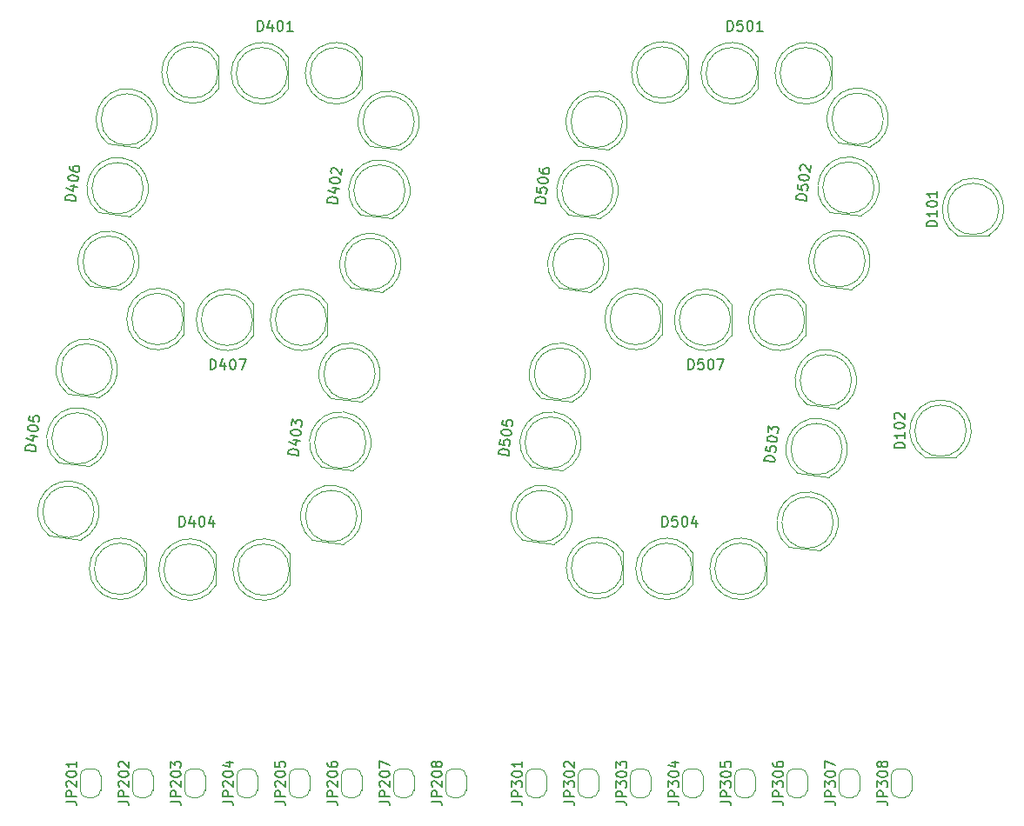
<source format=gto>
G04 #@! TF.GenerationSoftware,KiCad,Pcbnew,7.0.9*
G04 #@! TF.CreationDate,2024-02-26T12:30:47+11:00*
G04 #@! TF.ProjectId,7segment,37736567-6d65-46e7-942e-6b696361645f,rev?*
G04 #@! TF.SameCoordinates,PX292dfe0PY1d11680*
G04 #@! TF.FileFunction,Legend,Top*
G04 #@! TF.FilePolarity,Positive*
%FSLAX46Y46*%
G04 Gerber Fmt 4.6, Leading zero omitted, Abs format (unit mm)*
G04 Created by KiCad (PCBNEW 7.0.9) date 2024-02-26 12:30:47*
%MOMM*%
%LPD*%
G01*
G04 APERTURE LIST*
%ADD10C,0.150000*%
%ADD11C,0.120000*%
G04 APERTURE END LIST*
D10*
X12704819Y-72930714D02*
X13419104Y-72930714D01*
X13419104Y-72930714D02*
X13561961Y-72978333D01*
X13561961Y-72978333D02*
X13657200Y-73073571D01*
X13657200Y-73073571D02*
X13704819Y-73216428D01*
X13704819Y-73216428D02*
X13704819Y-73311666D01*
X13704819Y-72454523D02*
X12704819Y-72454523D01*
X12704819Y-72454523D02*
X12704819Y-72073571D01*
X12704819Y-72073571D02*
X12752438Y-71978333D01*
X12752438Y-71978333D02*
X12800057Y-71930714D01*
X12800057Y-71930714D02*
X12895295Y-71883095D01*
X12895295Y-71883095D02*
X13038152Y-71883095D01*
X13038152Y-71883095D02*
X13133390Y-71930714D01*
X13133390Y-71930714D02*
X13181009Y-71978333D01*
X13181009Y-71978333D02*
X13228628Y-72073571D01*
X13228628Y-72073571D02*
X13228628Y-72454523D01*
X12800057Y-71502142D02*
X12752438Y-71454523D01*
X12752438Y-71454523D02*
X12704819Y-71359285D01*
X12704819Y-71359285D02*
X12704819Y-71121190D01*
X12704819Y-71121190D02*
X12752438Y-71025952D01*
X12752438Y-71025952D02*
X12800057Y-70978333D01*
X12800057Y-70978333D02*
X12895295Y-70930714D01*
X12895295Y-70930714D02*
X12990533Y-70930714D01*
X12990533Y-70930714D02*
X13133390Y-70978333D01*
X13133390Y-70978333D02*
X13704819Y-71549761D01*
X13704819Y-71549761D02*
X13704819Y-70930714D01*
X12704819Y-70311666D02*
X12704819Y-70216428D01*
X12704819Y-70216428D02*
X12752438Y-70121190D01*
X12752438Y-70121190D02*
X12800057Y-70073571D01*
X12800057Y-70073571D02*
X12895295Y-70025952D01*
X12895295Y-70025952D02*
X13085771Y-69978333D01*
X13085771Y-69978333D02*
X13323866Y-69978333D01*
X13323866Y-69978333D02*
X13514342Y-70025952D01*
X13514342Y-70025952D02*
X13609580Y-70073571D01*
X13609580Y-70073571D02*
X13657200Y-70121190D01*
X13657200Y-70121190D02*
X13704819Y-70216428D01*
X13704819Y-70216428D02*
X13704819Y-70311666D01*
X13704819Y-70311666D02*
X13657200Y-70406904D01*
X13657200Y-70406904D02*
X13609580Y-70454523D01*
X13609580Y-70454523D02*
X13514342Y-70502142D01*
X13514342Y-70502142D02*
X13323866Y-70549761D01*
X13323866Y-70549761D02*
X13085771Y-70549761D01*
X13085771Y-70549761D02*
X12895295Y-70502142D01*
X12895295Y-70502142D02*
X12800057Y-70454523D01*
X12800057Y-70454523D02*
X12752438Y-70406904D01*
X12752438Y-70406904D02*
X12704819Y-70311666D01*
X12704819Y-69644999D02*
X12704819Y-69025952D01*
X12704819Y-69025952D02*
X13085771Y-69359285D01*
X13085771Y-69359285D02*
X13085771Y-69216428D01*
X13085771Y-69216428D02*
X13133390Y-69121190D01*
X13133390Y-69121190D02*
X13181009Y-69073571D01*
X13181009Y-69073571D02*
X13276247Y-69025952D01*
X13276247Y-69025952D02*
X13514342Y-69025952D01*
X13514342Y-69025952D02*
X13609580Y-69073571D01*
X13609580Y-69073571D02*
X13657200Y-69121190D01*
X13657200Y-69121190D02*
X13704819Y-69216428D01*
X13704819Y-69216428D02*
X13704819Y-69502142D01*
X13704819Y-69502142D02*
X13657200Y-69597380D01*
X13657200Y-69597380D02*
X13609580Y-69644999D01*
X22864819Y-72930714D02*
X23579104Y-72930714D01*
X23579104Y-72930714D02*
X23721961Y-72978333D01*
X23721961Y-72978333D02*
X23817200Y-73073571D01*
X23817200Y-73073571D02*
X23864819Y-73216428D01*
X23864819Y-73216428D02*
X23864819Y-73311666D01*
X23864819Y-72454523D02*
X22864819Y-72454523D01*
X22864819Y-72454523D02*
X22864819Y-72073571D01*
X22864819Y-72073571D02*
X22912438Y-71978333D01*
X22912438Y-71978333D02*
X22960057Y-71930714D01*
X22960057Y-71930714D02*
X23055295Y-71883095D01*
X23055295Y-71883095D02*
X23198152Y-71883095D01*
X23198152Y-71883095D02*
X23293390Y-71930714D01*
X23293390Y-71930714D02*
X23341009Y-71978333D01*
X23341009Y-71978333D02*
X23388628Y-72073571D01*
X23388628Y-72073571D02*
X23388628Y-72454523D01*
X22960057Y-71502142D02*
X22912438Y-71454523D01*
X22912438Y-71454523D02*
X22864819Y-71359285D01*
X22864819Y-71359285D02*
X22864819Y-71121190D01*
X22864819Y-71121190D02*
X22912438Y-71025952D01*
X22912438Y-71025952D02*
X22960057Y-70978333D01*
X22960057Y-70978333D02*
X23055295Y-70930714D01*
X23055295Y-70930714D02*
X23150533Y-70930714D01*
X23150533Y-70930714D02*
X23293390Y-70978333D01*
X23293390Y-70978333D02*
X23864819Y-71549761D01*
X23864819Y-71549761D02*
X23864819Y-70930714D01*
X22864819Y-70311666D02*
X22864819Y-70216428D01*
X22864819Y-70216428D02*
X22912438Y-70121190D01*
X22912438Y-70121190D02*
X22960057Y-70073571D01*
X22960057Y-70073571D02*
X23055295Y-70025952D01*
X23055295Y-70025952D02*
X23245771Y-69978333D01*
X23245771Y-69978333D02*
X23483866Y-69978333D01*
X23483866Y-69978333D02*
X23674342Y-70025952D01*
X23674342Y-70025952D02*
X23769580Y-70073571D01*
X23769580Y-70073571D02*
X23817200Y-70121190D01*
X23817200Y-70121190D02*
X23864819Y-70216428D01*
X23864819Y-70216428D02*
X23864819Y-70311666D01*
X23864819Y-70311666D02*
X23817200Y-70406904D01*
X23817200Y-70406904D02*
X23769580Y-70454523D01*
X23769580Y-70454523D02*
X23674342Y-70502142D01*
X23674342Y-70502142D02*
X23483866Y-70549761D01*
X23483866Y-70549761D02*
X23245771Y-70549761D01*
X23245771Y-70549761D02*
X23055295Y-70502142D01*
X23055295Y-70502142D02*
X22960057Y-70454523D01*
X22960057Y-70454523D02*
X22912438Y-70406904D01*
X22912438Y-70406904D02*
X22864819Y-70311666D01*
X22864819Y-69073571D02*
X22864819Y-69549761D01*
X22864819Y-69549761D02*
X23341009Y-69597380D01*
X23341009Y-69597380D02*
X23293390Y-69549761D01*
X23293390Y-69549761D02*
X23245771Y-69454523D01*
X23245771Y-69454523D02*
X23245771Y-69216428D01*
X23245771Y-69216428D02*
X23293390Y-69121190D01*
X23293390Y-69121190D02*
X23341009Y-69073571D01*
X23341009Y-69073571D02*
X23436247Y-69025952D01*
X23436247Y-69025952D02*
X23674342Y-69025952D01*
X23674342Y-69025952D02*
X23769580Y-69073571D01*
X23769580Y-69073571D02*
X23817200Y-69121190D01*
X23817200Y-69121190D02*
X23864819Y-69216428D01*
X23864819Y-69216428D02*
X23864819Y-69454523D01*
X23864819Y-69454523D02*
X23817200Y-69549761D01*
X23817200Y-69549761D02*
X23769580Y-69597380D01*
X76394819Y-72930714D02*
X77109104Y-72930714D01*
X77109104Y-72930714D02*
X77251961Y-72978333D01*
X77251961Y-72978333D02*
X77347200Y-73073571D01*
X77347200Y-73073571D02*
X77394819Y-73216428D01*
X77394819Y-73216428D02*
X77394819Y-73311666D01*
X77394819Y-72454523D02*
X76394819Y-72454523D01*
X76394819Y-72454523D02*
X76394819Y-72073571D01*
X76394819Y-72073571D02*
X76442438Y-71978333D01*
X76442438Y-71978333D02*
X76490057Y-71930714D01*
X76490057Y-71930714D02*
X76585295Y-71883095D01*
X76585295Y-71883095D02*
X76728152Y-71883095D01*
X76728152Y-71883095D02*
X76823390Y-71930714D01*
X76823390Y-71930714D02*
X76871009Y-71978333D01*
X76871009Y-71978333D02*
X76918628Y-72073571D01*
X76918628Y-72073571D02*
X76918628Y-72454523D01*
X76394819Y-71549761D02*
X76394819Y-70930714D01*
X76394819Y-70930714D02*
X76775771Y-71264047D01*
X76775771Y-71264047D02*
X76775771Y-71121190D01*
X76775771Y-71121190D02*
X76823390Y-71025952D01*
X76823390Y-71025952D02*
X76871009Y-70978333D01*
X76871009Y-70978333D02*
X76966247Y-70930714D01*
X76966247Y-70930714D02*
X77204342Y-70930714D01*
X77204342Y-70930714D02*
X77299580Y-70978333D01*
X77299580Y-70978333D02*
X77347200Y-71025952D01*
X77347200Y-71025952D02*
X77394819Y-71121190D01*
X77394819Y-71121190D02*
X77394819Y-71406904D01*
X77394819Y-71406904D02*
X77347200Y-71502142D01*
X77347200Y-71502142D02*
X77299580Y-71549761D01*
X76394819Y-70311666D02*
X76394819Y-70216428D01*
X76394819Y-70216428D02*
X76442438Y-70121190D01*
X76442438Y-70121190D02*
X76490057Y-70073571D01*
X76490057Y-70073571D02*
X76585295Y-70025952D01*
X76585295Y-70025952D02*
X76775771Y-69978333D01*
X76775771Y-69978333D02*
X77013866Y-69978333D01*
X77013866Y-69978333D02*
X77204342Y-70025952D01*
X77204342Y-70025952D02*
X77299580Y-70073571D01*
X77299580Y-70073571D02*
X77347200Y-70121190D01*
X77347200Y-70121190D02*
X77394819Y-70216428D01*
X77394819Y-70216428D02*
X77394819Y-70311666D01*
X77394819Y-70311666D02*
X77347200Y-70406904D01*
X77347200Y-70406904D02*
X77299580Y-70454523D01*
X77299580Y-70454523D02*
X77204342Y-70502142D01*
X77204342Y-70502142D02*
X77013866Y-70549761D01*
X77013866Y-70549761D02*
X76775771Y-70549761D01*
X76775771Y-70549761D02*
X76585295Y-70502142D01*
X76585295Y-70502142D02*
X76490057Y-70454523D01*
X76490057Y-70454523D02*
X76442438Y-70406904D01*
X76442438Y-70406904D02*
X76394819Y-70311666D01*
X76394819Y-69644999D02*
X76394819Y-68978333D01*
X76394819Y-68978333D02*
X77394819Y-69406904D01*
X33024819Y-72930714D02*
X33739104Y-72930714D01*
X33739104Y-72930714D02*
X33881961Y-72978333D01*
X33881961Y-72978333D02*
X33977200Y-73073571D01*
X33977200Y-73073571D02*
X34024819Y-73216428D01*
X34024819Y-73216428D02*
X34024819Y-73311666D01*
X34024819Y-72454523D02*
X33024819Y-72454523D01*
X33024819Y-72454523D02*
X33024819Y-72073571D01*
X33024819Y-72073571D02*
X33072438Y-71978333D01*
X33072438Y-71978333D02*
X33120057Y-71930714D01*
X33120057Y-71930714D02*
X33215295Y-71883095D01*
X33215295Y-71883095D02*
X33358152Y-71883095D01*
X33358152Y-71883095D02*
X33453390Y-71930714D01*
X33453390Y-71930714D02*
X33501009Y-71978333D01*
X33501009Y-71978333D02*
X33548628Y-72073571D01*
X33548628Y-72073571D02*
X33548628Y-72454523D01*
X33120057Y-71502142D02*
X33072438Y-71454523D01*
X33072438Y-71454523D02*
X33024819Y-71359285D01*
X33024819Y-71359285D02*
X33024819Y-71121190D01*
X33024819Y-71121190D02*
X33072438Y-71025952D01*
X33072438Y-71025952D02*
X33120057Y-70978333D01*
X33120057Y-70978333D02*
X33215295Y-70930714D01*
X33215295Y-70930714D02*
X33310533Y-70930714D01*
X33310533Y-70930714D02*
X33453390Y-70978333D01*
X33453390Y-70978333D02*
X34024819Y-71549761D01*
X34024819Y-71549761D02*
X34024819Y-70930714D01*
X33024819Y-70311666D02*
X33024819Y-70216428D01*
X33024819Y-70216428D02*
X33072438Y-70121190D01*
X33072438Y-70121190D02*
X33120057Y-70073571D01*
X33120057Y-70073571D02*
X33215295Y-70025952D01*
X33215295Y-70025952D02*
X33405771Y-69978333D01*
X33405771Y-69978333D02*
X33643866Y-69978333D01*
X33643866Y-69978333D02*
X33834342Y-70025952D01*
X33834342Y-70025952D02*
X33929580Y-70073571D01*
X33929580Y-70073571D02*
X33977200Y-70121190D01*
X33977200Y-70121190D02*
X34024819Y-70216428D01*
X34024819Y-70216428D02*
X34024819Y-70311666D01*
X34024819Y-70311666D02*
X33977200Y-70406904D01*
X33977200Y-70406904D02*
X33929580Y-70454523D01*
X33929580Y-70454523D02*
X33834342Y-70502142D01*
X33834342Y-70502142D02*
X33643866Y-70549761D01*
X33643866Y-70549761D02*
X33405771Y-70549761D01*
X33405771Y-70549761D02*
X33215295Y-70502142D01*
X33215295Y-70502142D02*
X33120057Y-70454523D01*
X33120057Y-70454523D02*
X33072438Y-70406904D01*
X33072438Y-70406904D02*
X33024819Y-70311666D01*
X33024819Y-69644999D02*
X33024819Y-68978333D01*
X33024819Y-68978333D02*
X34024819Y-69406904D01*
X21169522Y2085181D02*
X21169522Y3085181D01*
X21169522Y3085181D02*
X21407617Y3085181D01*
X21407617Y3085181D02*
X21550474Y3037562D01*
X21550474Y3037562D02*
X21645712Y2942324D01*
X21645712Y2942324D02*
X21693331Y2847086D01*
X21693331Y2847086D02*
X21740950Y2656610D01*
X21740950Y2656610D02*
X21740950Y2513753D01*
X21740950Y2513753D02*
X21693331Y2323277D01*
X21693331Y2323277D02*
X21645712Y2228039D01*
X21645712Y2228039D02*
X21550474Y2132800D01*
X21550474Y2132800D02*
X21407617Y2085181D01*
X21407617Y2085181D02*
X21169522Y2085181D01*
X22598093Y2751848D02*
X22598093Y2085181D01*
X22359998Y3132800D02*
X22121903Y2418515D01*
X22121903Y2418515D02*
X22740950Y2418515D01*
X23312379Y3085181D02*
X23407617Y3085181D01*
X23407617Y3085181D02*
X23502855Y3037562D01*
X23502855Y3037562D02*
X23550474Y2989943D01*
X23550474Y2989943D02*
X23598093Y2894705D01*
X23598093Y2894705D02*
X23645712Y2704229D01*
X23645712Y2704229D02*
X23645712Y2466134D01*
X23645712Y2466134D02*
X23598093Y2275658D01*
X23598093Y2275658D02*
X23550474Y2180420D01*
X23550474Y2180420D02*
X23502855Y2132800D01*
X23502855Y2132800D02*
X23407617Y2085181D01*
X23407617Y2085181D02*
X23312379Y2085181D01*
X23312379Y2085181D02*
X23217141Y2132800D01*
X23217141Y2132800D02*
X23169522Y2180420D01*
X23169522Y2180420D02*
X23121903Y2275658D01*
X23121903Y2275658D02*
X23074284Y2466134D01*
X23074284Y2466134D02*
X23074284Y2704229D01*
X23074284Y2704229D02*
X23121903Y2894705D01*
X23121903Y2894705D02*
X23169522Y2989943D01*
X23169522Y2989943D02*
X23217141Y3037562D01*
X23217141Y3037562D02*
X23312379Y3085181D01*
X24598093Y2085181D02*
X24026665Y2085181D01*
X24312379Y2085181D02*
X24312379Y3085181D01*
X24312379Y3085181D02*
X24217141Y2942324D01*
X24217141Y2942324D02*
X24121903Y2847086D01*
X24121903Y2847086D02*
X24026665Y2799467D01*
X-455257Y-38833594D02*
X-1447803Y-38711725D01*
X-1447803Y-38711725D02*
X-1418786Y-38475404D01*
X-1418786Y-38475404D02*
X-1354112Y-38339415D01*
X-1354112Y-38339415D02*
X-1247978Y-38256494D01*
X-1247978Y-38256494D02*
X-1147646Y-38220836D01*
X-1147646Y-38220836D02*
X-952786Y-38196785D01*
X-952786Y-38196785D02*
X-810994Y-38214195D01*
X-810994Y-38214195D02*
X-627741Y-38284673D01*
X-627741Y-38284673D02*
X-539016Y-38343543D01*
X-539016Y-38343543D02*
X-456094Y-38449678D01*
X-456094Y-38449678D02*
X-426240Y-38597274D01*
X-426240Y-38597274D02*
X-455257Y-38833594D01*
X-942855Y-37334425D02*
X-281158Y-37415671D01*
X-1349984Y-37524319D02*
X-670039Y-37847689D01*
X-670039Y-37847689D02*
X-594597Y-37233256D01*
X-1186654Y-36584840D02*
X-1175048Y-36490312D01*
X-1175048Y-36490312D02*
X-1116177Y-36401587D01*
X-1116177Y-36401587D02*
X-1063110Y-36360126D01*
X-1063110Y-36360126D02*
X-962778Y-36324469D01*
X-962778Y-36324469D02*
X-767918Y-36300418D01*
X-767918Y-36300418D02*
X-531598Y-36329434D01*
X-531598Y-36329434D02*
X-348345Y-36399912D01*
X-348345Y-36399912D02*
X-259620Y-36458782D01*
X-259620Y-36458782D02*
X-218159Y-36511850D01*
X-218159Y-36511850D02*
X-182502Y-36612181D01*
X-182502Y-36612181D02*
X-194108Y-36706710D01*
X-194108Y-36706710D02*
X-252979Y-36795434D01*
X-252979Y-36795434D02*
X-306046Y-36836895D01*
X-306046Y-36836895D02*
X-406378Y-36872553D01*
X-406378Y-36872553D02*
X-601238Y-36896604D01*
X-601238Y-36896604D02*
X-837558Y-36867587D01*
X-837558Y-36867587D02*
X-1020811Y-36797110D01*
X-1020811Y-36797110D02*
X-1109536Y-36738239D01*
X-1109536Y-36738239D02*
X-1150997Y-36685172D01*
X-1150997Y-36685172D02*
X-1186654Y-36584840D01*
X-1035768Y-35355973D02*
X-1093801Y-35828615D01*
X-1093801Y-35828615D02*
X-626964Y-35933912D01*
X-626964Y-35933912D02*
X-668425Y-35880844D01*
X-668425Y-35880844D02*
X-704082Y-35780513D01*
X-704082Y-35780513D02*
X-675066Y-35544192D01*
X-675066Y-35544192D02*
X-616195Y-35455467D01*
X-616195Y-35455467D02*
X-563127Y-35414007D01*
X-563127Y-35414007D02*
X-462796Y-35378349D01*
X-462796Y-35378349D02*
X-226475Y-35407366D01*
X-226475Y-35407366D02*
X-137751Y-35466236D01*
X-137751Y-35466236D02*
X-96290Y-35519304D01*
X-96290Y-35519304D02*
X-60632Y-35619635D01*
X-60632Y-35619635D02*
X-89649Y-35855956D01*
X-89649Y-35855956D02*
X-148519Y-35944681D01*
X-148519Y-35944681D02*
X-201587Y-35986141D01*
X56074819Y-72955714D02*
X56789104Y-72955714D01*
X56789104Y-72955714D02*
X56931961Y-73003333D01*
X56931961Y-73003333D02*
X57027200Y-73098571D01*
X57027200Y-73098571D02*
X57074819Y-73241428D01*
X57074819Y-73241428D02*
X57074819Y-73336666D01*
X57074819Y-72479523D02*
X56074819Y-72479523D01*
X56074819Y-72479523D02*
X56074819Y-72098571D01*
X56074819Y-72098571D02*
X56122438Y-72003333D01*
X56122438Y-72003333D02*
X56170057Y-71955714D01*
X56170057Y-71955714D02*
X56265295Y-71908095D01*
X56265295Y-71908095D02*
X56408152Y-71908095D01*
X56408152Y-71908095D02*
X56503390Y-71955714D01*
X56503390Y-71955714D02*
X56551009Y-72003333D01*
X56551009Y-72003333D02*
X56598628Y-72098571D01*
X56598628Y-72098571D02*
X56598628Y-72479523D01*
X56074819Y-71574761D02*
X56074819Y-70955714D01*
X56074819Y-70955714D02*
X56455771Y-71289047D01*
X56455771Y-71289047D02*
X56455771Y-71146190D01*
X56455771Y-71146190D02*
X56503390Y-71050952D01*
X56503390Y-71050952D02*
X56551009Y-71003333D01*
X56551009Y-71003333D02*
X56646247Y-70955714D01*
X56646247Y-70955714D02*
X56884342Y-70955714D01*
X56884342Y-70955714D02*
X56979580Y-71003333D01*
X56979580Y-71003333D02*
X57027200Y-71050952D01*
X57027200Y-71050952D02*
X57074819Y-71146190D01*
X57074819Y-71146190D02*
X57074819Y-71431904D01*
X57074819Y-71431904D02*
X57027200Y-71527142D01*
X57027200Y-71527142D02*
X56979580Y-71574761D01*
X56074819Y-70336666D02*
X56074819Y-70241428D01*
X56074819Y-70241428D02*
X56122438Y-70146190D01*
X56122438Y-70146190D02*
X56170057Y-70098571D01*
X56170057Y-70098571D02*
X56265295Y-70050952D01*
X56265295Y-70050952D02*
X56455771Y-70003333D01*
X56455771Y-70003333D02*
X56693866Y-70003333D01*
X56693866Y-70003333D02*
X56884342Y-70050952D01*
X56884342Y-70050952D02*
X56979580Y-70098571D01*
X56979580Y-70098571D02*
X57027200Y-70146190D01*
X57027200Y-70146190D02*
X57074819Y-70241428D01*
X57074819Y-70241428D02*
X57074819Y-70336666D01*
X57074819Y-70336666D02*
X57027200Y-70431904D01*
X57027200Y-70431904D02*
X56979580Y-70479523D01*
X56979580Y-70479523D02*
X56884342Y-70527142D01*
X56884342Y-70527142D02*
X56693866Y-70574761D01*
X56693866Y-70574761D02*
X56455771Y-70574761D01*
X56455771Y-70574761D02*
X56265295Y-70527142D01*
X56265295Y-70527142D02*
X56170057Y-70479523D01*
X56170057Y-70479523D02*
X56122438Y-70431904D01*
X56122438Y-70431904D02*
X56074819Y-70336666D01*
X56074819Y-69669999D02*
X56074819Y-69050952D01*
X56074819Y-69050952D02*
X56455771Y-69384285D01*
X56455771Y-69384285D02*
X56455771Y-69241428D01*
X56455771Y-69241428D02*
X56503390Y-69146190D01*
X56503390Y-69146190D02*
X56551009Y-69098571D01*
X56551009Y-69098571D02*
X56646247Y-69050952D01*
X56646247Y-69050952D02*
X56884342Y-69050952D01*
X56884342Y-69050952D02*
X56979580Y-69098571D01*
X56979580Y-69098571D02*
X57027200Y-69146190D01*
X57027200Y-69146190D02*
X57074819Y-69241428D01*
X57074819Y-69241428D02*
X57074819Y-69527142D01*
X57074819Y-69527142D02*
X57027200Y-69622380D01*
X57027200Y-69622380D02*
X56979580Y-69669999D01*
X66889522Y2085181D02*
X66889522Y3085181D01*
X66889522Y3085181D02*
X67127617Y3085181D01*
X67127617Y3085181D02*
X67270474Y3037562D01*
X67270474Y3037562D02*
X67365712Y2942324D01*
X67365712Y2942324D02*
X67413331Y2847086D01*
X67413331Y2847086D02*
X67460950Y2656610D01*
X67460950Y2656610D02*
X67460950Y2513753D01*
X67460950Y2513753D02*
X67413331Y2323277D01*
X67413331Y2323277D02*
X67365712Y2228039D01*
X67365712Y2228039D02*
X67270474Y2132800D01*
X67270474Y2132800D02*
X67127617Y2085181D01*
X67127617Y2085181D02*
X66889522Y2085181D01*
X68365712Y3085181D02*
X67889522Y3085181D01*
X67889522Y3085181D02*
X67841903Y2608991D01*
X67841903Y2608991D02*
X67889522Y2656610D01*
X67889522Y2656610D02*
X67984760Y2704229D01*
X67984760Y2704229D02*
X68222855Y2704229D01*
X68222855Y2704229D02*
X68318093Y2656610D01*
X68318093Y2656610D02*
X68365712Y2608991D01*
X68365712Y2608991D02*
X68413331Y2513753D01*
X68413331Y2513753D02*
X68413331Y2275658D01*
X68413331Y2275658D02*
X68365712Y2180420D01*
X68365712Y2180420D02*
X68318093Y2132800D01*
X68318093Y2132800D02*
X68222855Y2085181D01*
X68222855Y2085181D02*
X67984760Y2085181D01*
X67984760Y2085181D02*
X67889522Y2132800D01*
X67889522Y2132800D02*
X67841903Y2180420D01*
X69032379Y3085181D02*
X69127617Y3085181D01*
X69127617Y3085181D02*
X69222855Y3037562D01*
X69222855Y3037562D02*
X69270474Y2989943D01*
X69270474Y2989943D02*
X69318093Y2894705D01*
X69318093Y2894705D02*
X69365712Y2704229D01*
X69365712Y2704229D02*
X69365712Y2466134D01*
X69365712Y2466134D02*
X69318093Y2275658D01*
X69318093Y2275658D02*
X69270474Y2180420D01*
X69270474Y2180420D02*
X69222855Y2132800D01*
X69222855Y2132800D02*
X69127617Y2085181D01*
X69127617Y2085181D02*
X69032379Y2085181D01*
X69032379Y2085181D02*
X68937141Y2132800D01*
X68937141Y2132800D02*
X68889522Y2180420D01*
X68889522Y2180420D02*
X68841903Y2275658D01*
X68841903Y2275658D02*
X68794284Y2466134D01*
X68794284Y2466134D02*
X68794284Y2704229D01*
X68794284Y2704229D02*
X68841903Y2894705D01*
X68841903Y2894705D02*
X68889522Y2989943D01*
X68889522Y2989943D02*
X68937141Y3037562D01*
X68937141Y3037562D02*
X69032379Y3085181D01*
X70318093Y2085181D02*
X69746665Y2085181D01*
X70032379Y2085181D02*
X70032379Y3085181D01*
X70032379Y3085181D02*
X69937141Y2942324D01*
X69937141Y2942324D02*
X69841903Y2847086D01*
X69841903Y2847086D02*
X69746665Y2799467D01*
X17784819Y-72930714D02*
X18499104Y-72930714D01*
X18499104Y-72930714D02*
X18641961Y-72978333D01*
X18641961Y-72978333D02*
X18737200Y-73073571D01*
X18737200Y-73073571D02*
X18784819Y-73216428D01*
X18784819Y-73216428D02*
X18784819Y-73311666D01*
X18784819Y-72454523D02*
X17784819Y-72454523D01*
X17784819Y-72454523D02*
X17784819Y-72073571D01*
X17784819Y-72073571D02*
X17832438Y-71978333D01*
X17832438Y-71978333D02*
X17880057Y-71930714D01*
X17880057Y-71930714D02*
X17975295Y-71883095D01*
X17975295Y-71883095D02*
X18118152Y-71883095D01*
X18118152Y-71883095D02*
X18213390Y-71930714D01*
X18213390Y-71930714D02*
X18261009Y-71978333D01*
X18261009Y-71978333D02*
X18308628Y-72073571D01*
X18308628Y-72073571D02*
X18308628Y-72454523D01*
X17880057Y-71502142D02*
X17832438Y-71454523D01*
X17832438Y-71454523D02*
X17784819Y-71359285D01*
X17784819Y-71359285D02*
X17784819Y-71121190D01*
X17784819Y-71121190D02*
X17832438Y-71025952D01*
X17832438Y-71025952D02*
X17880057Y-70978333D01*
X17880057Y-70978333D02*
X17975295Y-70930714D01*
X17975295Y-70930714D02*
X18070533Y-70930714D01*
X18070533Y-70930714D02*
X18213390Y-70978333D01*
X18213390Y-70978333D02*
X18784819Y-71549761D01*
X18784819Y-71549761D02*
X18784819Y-70930714D01*
X17784819Y-70311666D02*
X17784819Y-70216428D01*
X17784819Y-70216428D02*
X17832438Y-70121190D01*
X17832438Y-70121190D02*
X17880057Y-70073571D01*
X17880057Y-70073571D02*
X17975295Y-70025952D01*
X17975295Y-70025952D02*
X18165771Y-69978333D01*
X18165771Y-69978333D02*
X18403866Y-69978333D01*
X18403866Y-69978333D02*
X18594342Y-70025952D01*
X18594342Y-70025952D02*
X18689580Y-70073571D01*
X18689580Y-70073571D02*
X18737200Y-70121190D01*
X18737200Y-70121190D02*
X18784819Y-70216428D01*
X18784819Y-70216428D02*
X18784819Y-70311666D01*
X18784819Y-70311666D02*
X18737200Y-70406904D01*
X18737200Y-70406904D02*
X18689580Y-70454523D01*
X18689580Y-70454523D02*
X18594342Y-70502142D01*
X18594342Y-70502142D02*
X18403866Y-70549761D01*
X18403866Y-70549761D02*
X18165771Y-70549761D01*
X18165771Y-70549761D02*
X17975295Y-70502142D01*
X17975295Y-70502142D02*
X17880057Y-70454523D01*
X17880057Y-70454523D02*
X17832438Y-70406904D01*
X17832438Y-70406904D02*
X17784819Y-70311666D01*
X18118152Y-69121190D02*
X18784819Y-69121190D01*
X17737200Y-69359285D02*
X18451485Y-69597380D01*
X18451485Y-69597380D02*
X18451485Y-68978333D01*
X87299819Y-16930475D02*
X86299819Y-16930475D01*
X86299819Y-16930475D02*
X86299819Y-16692380D01*
X86299819Y-16692380D02*
X86347438Y-16549523D01*
X86347438Y-16549523D02*
X86442676Y-16454285D01*
X86442676Y-16454285D02*
X86537914Y-16406666D01*
X86537914Y-16406666D02*
X86728390Y-16359047D01*
X86728390Y-16359047D02*
X86871247Y-16359047D01*
X86871247Y-16359047D02*
X87061723Y-16406666D01*
X87061723Y-16406666D02*
X87156961Y-16454285D01*
X87156961Y-16454285D02*
X87252200Y-16549523D01*
X87252200Y-16549523D02*
X87299819Y-16692380D01*
X87299819Y-16692380D02*
X87299819Y-16930475D01*
X87299819Y-15406666D02*
X87299819Y-15978094D01*
X87299819Y-15692380D02*
X86299819Y-15692380D01*
X86299819Y-15692380D02*
X86442676Y-15787618D01*
X86442676Y-15787618D02*
X86537914Y-15882856D01*
X86537914Y-15882856D02*
X86585533Y-15978094D01*
X86299819Y-14787618D02*
X86299819Y-14692380D01*
X86299819Y-14692380D02*
X86347438Y-14597142D01*
X86347438Y-14597142D02*
X86395057Y-14549523D01*
X86395057Y-14549523D02*
X86490295Y-14501904D01*
X86490295Y-14501904D02*
X86680771Y-14454285D01*
X86680771Y-14454285D02*
X86918866Y-14454285D01*
X86918866Y-14454285D02*
X87109342Y-14501904D01*
X87109342Y-14501904D02*
X87204580Y-14549523D01*
X87204580Y-14549523D02*
X87252200Y-14597142D01*
X87252200Y-14597142D02*
X87299819Y-14692380D01*
X87299819Y-14692380D02*
X87299819Y-14787618D01*
X87299819Y-14787618D02*
X87252200Y-14882856D01*
X87252200Y-14882856D02*
X87204580Y-14930475D01*
X87204580Y-14930475D02*
X87109342Y-14978094D01*
X87109342Y-14978094D02*
X86918866Y-15025713D01*
X86918866Y-15025713D02*
X86680771Y-15025713D01*
X86680771Y-15025713D02*
X86490295Y-14978094D01*
X86490295Y-14978094D02*
X86395057Y-14930475D01*
X86395057Y-14930475D02*
X86347438Y-14882856D01*
X86347438Y-14882856D02*
X86299819Y-14787618D01*
X87299819Y-13501904D02*
X87299819Y-14073332D01*
X87299819Y-13787618D02*
X86299819Y-13787618D01*
X86299819Y-13787618D02*
X86442676Y-13882856D01*
X86442676Y-13882856D02*
X86537914Y-13978094D01*
X86537914Y-13978094D02*
X86585533Y-14073332D01*
X84124819Y-38520475D02*
X83124819Y-38520475D01*
X83124819Y-38520475D02*
X83124819Y-38282380D01*
X83124819Y-38282380D02*
X83172438Y-38139523D01*
X83172438Y-38139523D02*
X83267676Y-38044285D01*
X83267676Y-38044285D02*
X83362914Y-37996666D01*
X83362914Y-37996666D02*
X83553390Y-37949047D01*
X83553390Y-37949047D02*
X83696247Y-37949047D01*
X83696247Y-37949047D02*
X83886723Y-37996666D01*
X83886723Y-37996666D02*
X83981961Y-38044285D01*
X83981961Y-38044285D02*
X84077200Y-38139523D01*
X84077200Y-38139523D02*
X84124819Y-38282380D01*
X84124819Y-38282380D02*
X84124819Y-38520475D01*
X84124819Y-36996666D02*
X84124819Y-37568094D01*
X84124819Y-37282380D02*
X83124819Y-37282380D01*
X83124819Y-37282380D02*
X83267676Y-37377618D01*
X83267676Y-37377618D02*
X83362914Y-37472856D01*
X83362914Y-37472856D02*
X83410533Y-37568094D01*
X83124819Y-36377618D02*
X83124819Y-36282380D01*
X83124819Y-36282380D02*
X83172438Y-36187142D01*
X83172438Y-36187142D02*
X83220057Y-36139523D01*
X83220057Y-36139523D02*
X83315295Y-36091904D01*
X83315295Y-36091904D02*
X83505771Y-36044285D01*
X83505771Y-36044285D02*
X83743866Y-36044285D01*
X83743866Y-36044285D02*
X83934342Y-36091904D01*
X83934342Y-36091904D02*
X84029580Y-36139523D01*
X84029580Y-36139523D02*
X84077200Y-36187142D01*
X84077200Y-36187142D02*
X84124819Y-36282380D01*
X84124819Y-36282380D02*
X84124819Y-36377618D01*
X84124819Y-36377618D02*
X84077200Y-36472856D01*
X84077200Y-36472856D02*
X84029580Y-36520475D01*
X84029580Y-36520475D02*
X83934342Y-36568094D01*
X83934342Y-36568094D02*
X83743866Y-36615713D01*
X83743866Y-36615713D02*
X83505771Y-36615713D01*
X83505771Y-36615713D02*
X83315295Y-36568094D01*
X83315295Y-36568094D02*
X83220057Y-36520475D01*
X83220057Y-36520475D02*
X83172438Y-36472856D01*
X83172438Y-36472856D02*
X83124819Y-36377618D01*
X83220057Y-35663332D02*
X83172438Y-35615713D01*
X83172438Y-35615713D02*
X83124819Y-35520475D01*
X83124819Y-35520475D02*
X83124819Y-35282380D01*
X83124819Y-35282380D02*
X83172438Y-35187142D01*
X83172438Y-35187142D02*
X83220057Y-35139523D01*
X83220057Y-35139523D02*
X83315295Y-35091904D01*
X83315295Y-35091904D02*
X83410533Y-35091904D01*
X83410533Y-35091904D02*
X83553390Y-35139523D01*
X83553390Y-35139523D02*
X84124819Y-35710951D01*
X84124819Y-35710951D02*
X84124819Y-35091904D01*
X13549524Y-46174819D02*
X13549524Y-45174819D01*
X13549524Y-45174819D02*
X13787619Y-45174819D01*
X13787619Y-45174819D02*
X13930476Y-45222438D01*
X13930476Y-45222438D02*
X14025714Y-45317676D01*
X14025714Y-45317676D02*
X14073333Y-45412914D01*
X14073333Y-45412914D02*
X14120952Y-45603390D01*
X14120952Y-45603390D02*
X14120952Y-45746247D01*
X14120952Y-45746247D02*
X14073333Y-45936723D01*
X14073333Y-45936723D02*
X14025714Y-46031961D01*
X14025714Y-46031961D02*
X13930476Y-46127200D01*
X13930476Y-46127200D02*
X13787619Y-46174819D01*
X13787619Y-46174819D02*
X13549524Y-46174819D01*
X14978095Y-45508152D02*
X14978095Y-46174819D01*
X14740000Y-45127200D02*
X14501905Y-45841485D01*
X14501905Y-45841485D02*
X15120952Y-45841485D01*
X15692381Y-45174819D02*
X15787619Y-45174819D01*
X15787619Y-45174819D02*
X15882857Y-45222438D01*
X15882857Y-45222438D02*
X15930476Y-45270057D01*
X15930476Y-45270057D02*
X15978095Y-45365295D01*
X15978095Y-45365295D02*
X16025714Y-45555771D01*
X16025714Y-45555771D02*
X16025714Y-45793866D01*
X16025714Y-45793866D02*
X15978095Y-45984342D01*
X15978095Y-45984342D02*
X15930476Y-46079580D01*
X15930476Y-46079580D02*
X15882857Y-46127200D01*
X15882857Y-46127200D02*
X15787619Y-46174819D01*
X15787619Y-46174819D02*
X15692381Y-46174819D01*
X15692381Y-46174819D02*
X15597143Y-46127200D01*
X15597143Y-46127200D02*
X15549524Y-46079580D01*
X15549524Y-46079580D02*
X15501905Y-45984342D01*
X15501905Y-45984342D02*
X15454286Y-45793866D01*
X15454286Y-45793866D02*
X15454286Y-45555771D01*
X15454286Y-45555771D02*
X15501905Y-45365295D01*
X15501905Y-45365295D02*
X15549524Y-45270057D01*
X15549524Y-45270057D02*
X15597143Y-45222438D01*
X15597143Y-45222438D02*
X15692381Y-45174819D01*
X16882857Y-45508152D02*
X16882857Y-46174819D01*
X16644762Y-45127200D02*
X16406667Y-45841485D01*
X16406667Y-45841485D02*
X17025714Y-45841485D01*
X81474819Y-72930714D02*
X82189104Y-72930714D01*
X82189104Y-72930714D02*
X82331961Y-72978333D01*
X82331961Y-72978333D02*
X82427200Y-73073571D01*
X82427200Y-73073571D02*
X82474819Y-73216428D01*
X82474819Y-73216428D02*
X82474819Y-73311666D01*
X82474819Y-72454523D02*
X81474819Y-72454523D01*
X81474819Y-72454523D02*
X81474819Y-72073571D01*
X81474819Y-72073571D02*
X81522438Y-71978333D01*
X81522438Y-71978333D02*
X81570057Y-71930714D01*
X81570057Y-71930714D02*
X81665295Y-71883095D01*
X81665295Y-71883095D02*
X81808152Y-71883095D01*
X81808152Y-71883095D02*
X81903390Y-71930714D01*
X81903390Y-71930714D02*
X81951009Y-71978333D01*
X81951009Y-71978333D02*
X81998628Y-72073571D01*
X81998628Y-72073571D02*
X81998628Y-72454523D01*
X81474819Y-71549761D02*
X81474819Y-70930714D01*
X81474819Y-70930714D02*
X81855771Y-71264047D01*
X81855771Y-71264047D02*
X81855771Y-71121190D01*
X81855771Y-71121190D02*
X81903390Y-71025952D01*
X81903390Y-71025952D02*
X81951009Y-70978333D01*
X81951009Y-70978333D02*
X82046247Y-70930714D01*
X82046247Y-70930714D02*
X82284342Y-70930714D01*
X82284342Y-70930714D02*
X82379580Y-70978333D01*
X82379580Y-70978333D02*
X82427200Y-71025952D01*
X82427200Y-71025952D02*
X82474819Y-71121190D01*
X82474819Y-71121190D02*
X82474819Y-71406904D01*
X82474819Y-71406904D02*
X82427200Y-71502142D01*
X82427200Y-71502142D02*
X82379580Y-71549761D01*
X81474819Y-70311666D02*
X81474819Y-70216428D01*
X81474819Y-70216428D02*
X81522438Y-70121190D01*
X81522438Y-70121190D02*
X81570057Y-70073571D01*
X81570057Y-70073571D02*
X81665295Y-70025952D01*
X81665295Y-70025952D02*
X81855771Y-69978333D01*
X81855771Y-69978333D02*
X82093866Y-69978333D01*
X82093866Y-69978333D02*
X82284342Y-70025952D01*
X82284342Y-70025952D02*
X82379580Y-70073571D01*
X82379580Y-70073571D02*
X82427200Y-70121190D01*
X82427200Y-70121190D02*
X82474819Y-70216428D01*
X82474819Y-70216428D02*
X82474819Y-70311666D01*
X82474819Y-70311666D02*
X82427200Y-70406904D01*
X82427200Y-70406904D02*
X82379580Y-70454523D01*
X82379580Y-70454523D02*
X82284342Y-70502142D01*
X82284342Y-70502142D02*
X82093866Y-70549761D01*
X82093866Y-70549761D02*
X81855771Y-70549761D01*
X81855771Y-70549761D02*
X81665295Y-70502142D01*
X81665295Y-70502142D02*
X81570057Y-70454523D01*
X81570057Y-70454523D02*
X81522438Y-70406904D01*
X81522438Y-70406904D02*
X81474819Y-70311666D01*
X81903390Y-69406904D02*
X81855771Y-69502142D01*
X81855771Y-69502142D02*
X81808152Y-69549761D01*
X81808152Y-69549761D02*
X81712914Y-69597380D01*
X81712914Y-69597380D02*
X81665295Y-69597380D01*
X81665295Y-69597380D02*
X81570057Y-69549761D01*
X81570057Y-69549761D02*
X81522438Y-69502142D01*
X81522438Y-69502142D02*
X81474819Y-69406904D01*
X81474819Y-69406904D02*
X81474819Y-69216428D01*
X81474819Y-69216428D02*
X81522438Y-69121190D01*
X81522438Y-69121190D02*
X81570057Y-69073571D01*
X81570057Y-69073571D02*
X81665295Y-69025952D01*
X81665295Y-69025952D02*
X81712914Y-69025952D01*
X81712914Y-69025952D02*
X81808152Y-69073571D01*
X81808152Y-69073571D02*
X81855771Y-69121190D01*
X81855771Y-69121190D02*
X81903390Y-69216428D01*
X81903390Y-69216428D02*
X81903390Y-69406904D01*
X81903390Y-69406904D02*
X81951009Y-69502142D01*
X81951009Y-69502142D02*
X81998628Y-69549761D01*
X81998628Y-69549761D02*
X82093866Y-69597380D01*
X82093866Y-69597380D02*
X82284342Y-69597380D01*
X82284342Y-69597380D02*
X82379580Y-69549761D01*
X82379580Y-69549761D02*
X82427200Y-69502142D01*
X82427200Y-69502142D02*
X82474819Y-69406904D01*
X82474819Y-69406904D02*
X82474819Y-69216428D01*
X82474819Y-69216428D02*
X82427200Y-69121190D01*
X82427200Y-69121190D02*
X82379580Y-69073571D01*
X82379580Y-69073571D02*
X82284342Y-69025952D01*
X82284342Y-69025952D02*
X82093866Y-69025952D01*
X82093866Y-69025952D02*
X81998628Y-69073571D01*
X81998628Y-69073571D02*
X81951009Y-69121190D01*
X81951009Y-69121190D02*
X81903390Y-69216428D01*
X25118543Y-39244594D02*
X24125997Y-39122725D01*
X24125997Y-39122725D02*
X24155014Y-38886404D01*
X24155014Y-38886404D02*
X24219688Y-38750415D01*
X24219688Y-38750415D02*
X24325822Y-38667494D01*
X24325822Y-38667494D02*
X24426154Y-38631836D01*
X24426154Y-38631836D02*
X24621014Y-38607785D01*
X24621014Y-38607785D02*
X24762806Y-38625195D01*
X24762806Y-38625195D02*
X24946059Y-38695673D01*
X24946059Y-38695673D02*
X25034784Y-38754543D01*
X25034784Y-38754543D02*
X25117706Y-38860678D01*
X25117706Y-38860678D02*
X25147560Y-39008274D01*
X25147560Y-39008274D02*
X25118543Y-39244594D01*
X24630945Y-37745425D02*
X25292642Y-37826671D01*
X24223816Y-37935319D02*
X24903761Y-38258689D01*
X24903761Y-38258689D02*
X24979203Y-37644256D01*
X24387146Y-36995840D02*
X24398752Y-36901312D01*
X24398752Y-36901312D02*
X24457623Y-36812587D01*
X24457623Y-36812587D02*
X24510690Y-36771126D01*
X24510690Y-36771126D02*
X24611022Y-36735469D01*
X24611022Y-36735469D02*
X24805882Y-36711418D01*
X24805882Y-36711418D02*
X25042202Y-36740434D01*
X25042202Y-36740434D02*
X25225455Y-36810912D01*
X25225455Y-36810912D02*
X25314180Y-36869782D01*
X25314180Y-36869782D02*
X25355641Y-36922850D01*
X25355641Y-36922850D02*
X25391298Y-37023181D01*
X25391298Y-37023181D02*
X25379692Y-37117710D01*
X25379692Y-37117710D02*
X25320821Y-37206434D01*
X25320821Y-37206434D02*
X25267754Y-37247895D01*
X25267754Y-37247895D02*
X25167422Y-37283553D01*
X25167422Y-37283553D02*
X24972562Y-37307604D01*
X24972562Y-37307604D02*
X24736242Y-37278587D01*
X24736242Y-37278587D02*
X24552989Y-37208110D01*
X24552989Y-37208110D02*
X24464264Y-37149239D01*
X24464264Y-37149239D02*
X24422803Y-37096172D01*
X24422803Y-37096172D02*
X24387146Y-36995840D01*
X24468392Y-36334143D02*
X24543835Y-35719709D01*
X24543835Y-35719709D02*
X24881325Y-36096985D01*
X24881325Y-36096985D02*
X24898734Y-35955192D01*
X24898734Y-35955192D02*
X24957605Y-35866467D01*
X24957605Y-35866467D02*
X25010673Y-35825007D01*
X25010673Y-35825007D02*
X25111004Y-35789349D01*
X25111004Y-35789349D02*
X25347325Y-35818366D01*
X25347325Y-35818366D02*
X25436049Y-35877236D01*
X25436049Y-35877236D02*
X25477510Y-35930304D01*
X25477510Y-35930304D02*
X25513168Y-36030635D01*
X25513168Y-36030635D02*
X25478348Y-36314220D01*
X25478348Y-36314220D02*
X25419477Y-36402945D01*
X25419477Y-36402945D02*
X25366410Y-36444405D01*
X2544819Y-72930714D02*
X3259104Y-72930714D01*
X3259104Y-72930714D02*
X3401961Y-72978333D01*
X3401961Y-72978333D02*
X3497200Y-73073571D01*
X3497200Y-73073571D02*
X3544819Y-73216428D01*
X3544819Y-73216428D02*
X3544819Y-73311666D01*
X3544819Y-72454523D02*
X2544819Y-72454523D01*
X2544819Y-72454523D02*
X2544819Y-72073571D01*
X2544819Y-72073571D02*
X2592438Y-71978333D01*
X2592438Y-71978333D02*
X2640057Y-71930714D01*
X2640057Y-71930714D02*
X2735295Y-71883095D01*
X2735295Y-71883095D02*
X2878152Y-71883095D01*
X2878152Y-71883095D02*
X2973390Y-71930714D01*
X2973390Y-71930714D02*
X3021009Y-71978333D01*
X3021009Y-71978333D02*
X3068628Y-72073571D01*
X3068628Y-72073571D02*
X3068628Y-72454523D01*
X2640057Y-71502142D02*
X2592438Y-71454523D01*
X2592438Y-71454523D02*
X2544819Y-71359285D01*
X2544819Y-71359285D02*
X2544819Y-71121190D01*
X2544819Y-71121190D02*
X2592438Y-71025952D01*
X2592438Y-71025952D02*
X2640057Y-70978333D01*
X2640057Y-70978333D02*
X2735295Y-70930714D01*
X2735295Y-70930714D02*
X2830533Y-70930714D01*
X2830533Y-70930714D02*
X2973390Y-70978333D01*
X2973390Y-70978333D02*
X3544819Y-71549761D01*
X3544819Y-71549761D02*
X3544819Y-70930714D01*
X2544819Y-70311666D02*
X2544819Y-70216428D01*
X2544819Y-70216428D02*
X2592438Y-70121190D01*
X2592438Y-70121190D02*
X2640057Y-70073571D01*
X2640057Y-70073571D02*
X2735295Y-70025952D01*
X2735295Y-70025952D02*
X2925771Y-69978333D01*
X2925771Y-69978333D02*
X3163866Y-69978333D01*
X3163866Y-69978333D02*
X3354342Y-70025952D01*
X3354342Y-70025952D02*
X3449580Y-70073571D01*
X3449580Y-70073571D02*
X3497200Y-70121190D01*
X3497200Y-70121190D02*
X3544819Y-70216428D01*
X3544819Y-70216428D02*
X3544819Y-70311666D01*
X3544819Y-70311666D02*
X3497200Y-70406904D01*
X3497200Y-70406904D02*
X3449580Y-70454523D01*
X3449580Y-70454523D02*
X3354342Y-70502142D01*
X3354342Y-70502142D02*
X3163866Y-70549761D01*
X3163866Y-70549761D02*
X2925771Y-70549761D01*
X2925771Y-70549761D02*
X2735295Y-70502142D01*
X2735295Y-70502142D02*
X2640057Y-70454523D01*
X2640057Y-70454523D02*
X2592438Y-70406904D01*
X2592438Y-70406904D02*
X2544819Y-70311666D01*
X3544819Y-69025952D02*
X3544819Y-69597380D01*
X3544819Y-69311666D02*
X2544819Y-69311666D01*
X2544819Y-69311666D02*
X2687676Y-69406904D01*
X2687676Y-69406904D02*
X2782914Y-69502142D01*
X2782914Y-69502142D02*
X2830533Y-69597380D01*
X38104819Y-72930714D02*
X38819104Y-72930714D01*
X38819104Y-72930714D02*
X38961961Y-72978333D01*
X38961961Y-72978333D02*
X39057200Y-73073571D01*
X39057200Y-73073571D02*
X39104819Y-73216428D01*
X39104819Y-73216428D02*
X39104819Y-73311666D01*
X39104819Y-72454523D02*
X38104819Y-72454523D01*
X38104819Y-72454523D02*
X38104819Y-72073571D01*
X38104819Y-72073571D02*
X38152438Y-71978333D01*
X38152438Y-71978333D02*
X38200057Y-71930714D01*
X38200057Y-71930714D02*
X38295295Y-71883095D01*
X38295295Y-71883095D02*
X38438152Y-71883095D01*
X38438152Y-71883095D02*
X38533390Y-71930714D01*
X38533390Y-71930714D02*
X38581009Y-71978333D01*
X38581009Y-71978333D02*
X38628628Y-72073571D01*
X38628628Y-72073571D02*
X38628628Y-72454523D01*
X38200057Y-71502142D02*
X38152438Y-71454523D01*
X38152438Y-71454523D02*
X38104819Y-71359285D01*
X38104819Y-71359285D02*
X38104819Y-71121190D01*
X38104819Y-71121190D02*
X38152438Y-71025952D01*
X38152438Y-71025952D02*
X38200057Y-70978333D01*
X38200057Y-70978333D02*
X38295295Y-70930714D01*
X38295295Y-70930714D02*
X38390533Y-70930714D01*
X38390533Y-70930714D02*
X38533390Y-70978333D01*
X38533390Y-70978333D02*
X39104819Y-71549761D01*
X39104819Y-71549761D02*
X39104819Y-70930714D01*
X38104819Y-70311666D02*
X38104819Y-70216428D01*
X38104819Y-70216428D02*
X38152438Y-70121190D01*
X38152438Y-70121190D02*
X38200057Y-70073571D01*
X38200057Y-70073571D02*
X38295295Y-70025952D01*
X38295295Y-70025952D02*
X38485771Y-69978333D01*
X38485771Y-69978333D02*
X38723866Y-69978333D01*
X38723866Y-69978333D02*
X38914342Y-70025952D01*
X38914342Y-70025952D02*
X39009580Y-70073571D01*
X39009580Y-70073571D02*
X39057200Y-70121190D01*
X39057200Y-70121190D02*
X39104819Y-70216428D01*
X39104819Y-70216428D02*
X39104819Y-70311666D01*
X39104819Y-70311666D02*
X39057200Y-70406904D01*
X39057200Y-70406904D02*
X39009580Y-70454523D01*
X39009580Y-70454523D02*
X38914342Y-70502142D01*
X38914342Y-70502142D02*
X38723866Y-70549761D01*
X38723866Y-70549761D02*
X38485771Y-70549761D01*
X38485771Y-70549761D02*
X38295295Y-70502142D01*
X38295295Y-70502142D02*
X38200057Y-70454523D01*
X38200057Y-70454523D02*
X38152438Y-70406904D01*
X38152438Y-70406904D02*
X38104819Y-70311666D01*
X38533390Y-69406904D02*
X38485771Y-69502142D01*
X38485771Y-69502142D02*
X38438152Y-69549761D01*
X38438152Y-69549761D02*
X38342914Y-69597380D01*
X38342914Y-69597380D02*
X38295295Y-69597380D01*
X38295295Y-69597380D02*
X38200057Y-69549761D01*
X38200057Y-69549761D02*
X38152438Y-69502142D01*
X38152438Y-69502142D02*
X38104819Y-69406904D01*
X38104819Y-69406904D02*
X38104819Y-69216428D01*
X38104819Y-69216428D02*
X38152438Y-69121190D01*
X38152438Y-69121190D02*
X38200057Y-69073571D01*
X38200057Y-69073571D02*
X38295295Y-69025952D01*
X38295295Y-69025952D02*
X38342914Y-69025952D01*
X38342914Y-69025952D02*
X38438152Y-69073571D01*
X38438152Y-69073571D02*
X38485771Y-69121190D01*
X38485771Y-69121190D02*
X38533390Y-69216428D01*
X38533390Y-69216428D02*
X38533390Y-69406904D01*
X38533390Y-69406904D02*
X38581009Y-69502142D01*
X38581009Y-69502142D02*
X38628628Y-69549761D01*
X38628628Y-69549761D02*
X38723866Y-69597380D01*
X38723866Y-69597380D02*
X38914342Y-69597380D01*
X38914342Y-69597380D02*
X39009580Y-69549761D01*
X39009580Y-69549761D02*
X39057200Y-69502142D01*
X39057200Y-69502142D02*
X39104819Y-69406904D01*
X39104819Y-69406904D02*
X39104819Y-69216428D01*
X39104819Y-69216428D02*
X39057200Y-69121190D01*
X39057200Y-69121190D02*
X39009580Y-69073571D01*
X39009580Y-69073571D02*
X38914342Y-69025952D01*
X38914342Y-69025952D02*
X38723866Y-69025952D01*
X38723866Y-69025952D02*
X38628628Y-69073571D01*
X38628628Y-69073571D02*
X38581009Y-69121190D01*
X38581009Y-69121190D02*
X38533390Y-69216428D01*
X66234819Y-72945714D02*
X66949104Y-72945714D01*
X66949104Y-72945714D02*
X67091961Y-72993333D01*
X67091961Y-72993333D02*
X67187200Y-73088571D01*
X67187200Y-73088571D02*
X67234819Y-73231428D01*
X67234819Y-73231428D02*
X67234819Y-73326666D01*
X67234819Y-72469523D02*
X66234819Y-72469523D01*
X66234819Y-72469523D02*
X66234819Y-72088571D01*
X66234819Y-72088571D02*
X66282438Y-71993333D01*
X66282438Y-71993333D02*
X66330057Y-71945714D01*
X66330057Y-71945714D02*
X66425295Y-71898095D01*
X66425295Y-71898095D02*
X66568152Y-71898095D01*
X66568152Y-71898095D02*
X66663390Y-71945714D01*
X66663390Y-71945714D02*
X66711009Y-71993333D01*
X66711009Y-71993333D02*
X66758628Y-72088571D01*
X66758628Y-72088571D02*
X66758628Y-72469523D01*
X66234819Y-71564761D02*
X66234819Y-70945714D01*
X66234819Y-70945714D02*
X66615771Y-71279047D01*
X66615771Y-71279047D02*
X66615771Y-71136190D01*
X66615771Y-71136190D02*
X66663390Y-71040952D01*
X66663390Y-71040952D02*
X66711009Y-70993333D01*
X66711009Y-70993333D02*
X66806247Y-70945714D01*
X66806247Y-70945714D02*
X67044342Y-70945714D01*
X67044342Y-70945714D02*
X67139580Y-70993333D01*
X67139580Y-70993333D02*
X67187200Y-71040952D01*
X67187200Y-71040952D02*
X67234819Y-71136190D01*
X67234819Y-71136190D02*
X67234819Y-71421904D01*
X67234819Y-71421904D02*
X67187200Y-71517142D01*
X67187200Y-71517142D02*
X67139580Y-71564761D01*
X66234819Y-70326666D02*
X66234819Y-70231428D01*
X66234819Y-70231428D02*
X66282438Y-70136190D01*
X66282438Y-70136190D02*
X66330057Y-70088571D01*
X66330057Y-70088571D02*
X66425295Y-70040952D01*
X66425295Y-70040952D02*
X66615771Y-69993333D01*
X66615771Y-69993333D02*
X66853866Y-69993333D01*
X66853866Y-69993333D02*
X67044342Y-70040952D01*
X67044342Y-70040952D02*
X67139580Y-70088571D01*
X67139580Y-70088571D02*
X67187200Y-70136190D01*
X67187200Y-70136190D02*
X67234819Y-70231428D01*
X67234819Y-70231428D02*
X67234819Y-70326666D01*
X67234819Y-70326666D02*
X67187200Y-70421904D01*
X67187200Y-70421904D02*
X67139580Y-70469523D01*
X67139580Y-70469523D02*
X67044342Y-70517142D01*
X67044342Y-70517142D02*
X66853866Y-70564761D01*
X66853866Y-70564761D02*
X66615771Y-70564761D01*
X66615771Y-70564761D02*
X66425295Y-70517142D01*
X66425295Y-70517142D02*
X66330057Y-70469523D01*
X66330057Y-70469523D02*
X66282438Y-70421904D01*
X66282438Y-70421904D02*
X66234819Y-70326666D01*
X66234819Y-69088571D02*
X66234819Y-69564761D01*
X66234819Y-69564761D02*
X66711009Y-69612380D01*
X66711009Y-69612380D02*
X66663390Y-69564761D01*
X66663390Y-69564761D02*
X66615771Y-69469523D01*
X66615771Y-69469523D02*
X66615771Y-69231428D01*
X66615771Y-69231428D02*
X66663390Y-69136190D01*
X66663390Y-69136190D02*
X66711009Y-69088571D01*
X66711009Y-69088571D02*
X66806247Y-69040952D01*
X66806247Y-69040952D02*
X67044342Y-69040952D01*
X67044342Y-69040952D02*
X67139580Y-69088571D01*
X67139580Y-69088571D02*
X67187200Y-69136190D01*
X67187200Y-69136190D02*
X67234819Y-69231428D01*
X67234819Y-69231428D02*
X67234819Y-69469523D01*
X67234819Y-69469523D02*
X67187200Y-69564761D01*
X67187200Y-69564761D02*
X67139580Y-69612380D01*
X28928543Y-14703594D02*
X27935997Y-14581725D01*
X27935997Y-14581725D02*
X27965014Y-14345404D01*
X27965014Y-14345404D02*
X28029688Y-14209415D01*
X28029688Y-14209415D02*
X28135822Y-14126494D01*
X28135822Y-14126494D02*
X28236154Y-14090836D01*
X28236154Y-14090836D02*
X28431014Y-14066785D01*
X28431014Y-14066785D02*
X28572806Y-14084195D01*
X28572806Y-14084195D02*
X28756059Y-14154673D01*
X28756059Y-14154673D02*
X28844784Y-14213543D01*
X28844784Y-14213543D02*
X28927706Y-14319678D01*
X28927706Y-14319678D02*
X28957560Y-14467274D01*
X28957560Y-14467274D02*
X28928543Y-14703594D01*
X28440945Y-13204425D02*
X29102642Y-13285671D01*
X28033816Y-13394319D02*
X28713761Y-13717689D01*
X28713761Y-13717689D02*
X28789203Y-13103256D01*
X28197146Y-12454840D02*
X28208752Y-12360312D01*
X28208752Y-12360312D02*
X28267623Y-12271587D01*
X28267623Y-12271587D02*
X28320690Y-12230126D01*
X28320690Y-12230126D02*
X28421022Y-12194469D01*
X28421022Y-12194469D02*
X28615882Y-12170418D01*
X28615882Y-12170418D02*
X28852202Y-12199434D01*
X28852202Y-12199434D02*
X29035455Y-12269912D01*
X29035455Y-12269912D02*
X29124180Y-12328782D01*
X29124180Y-12328782D02*
X29165641Y-12381850D01*
X29165641Y-12381850D02*
X29201298Y-12482181D01*
X29201298Y-12482181D02*
X29189692Y-12576710D01*
X29189692Y-12576710D02*
X29130821Y-12665434D01*
X29130821Y-12665434D02*
X29077754Y-12706895D01*
X29077754Y-12706895D02*
X28977422Y-12742553D01*
X28977422Y-12742553D02*
X28782562Y-12766604D01*
X28782562Y-12766604D02*
X28546242Y-12737587D01*
X28546242Y-12737587D02*
X28362989Y-12667110D01*
X28362989Y-12667110D02*
X28274264Y-12608239D01*
X28274264Y-12608239D02*
X28232803Y-12555172D01*
X28232803Y-12555172D02*
X28197146Y-12454840D01*
X28378723Y-11757485D02*
X28337263Y-11704418D01*
X28337263Y-11704418D02*
X28301605Y-11604086D01*
X28301605Y-11604086D02*
X28330622Y-11367766D01*
X28330622Y-11367766D02*
X28389492Y-11279041D01*
X28389492Y-11279041D02*
X28442560Y-11237580D01*
X28442560Y-11237580D02*
X28542891Y-11201923D01*
X28542891Y-11201923D02*
X28637419Y-11213529D01*
X28637419Y-11213529D02*
X28773408Y-11278203D01*
X28773408Y-11278203D02*
X29270938Y-11915012D01*
X29270938Y-11915012D02*
X29346381Y-11300579D01*
X74573543Y-14419694D02*
X73580997Y-14297825D01*
X73580997Y-14297825D02*
X73610014Y-14061504D01*
X73610014Y-14061504D02*
X73674688Y-13925515D01*
X73674688Y-13925515D02*
X73780822Y-13842594D01*
X73780822Y-13842594D02*
X73881154Y-13806936D01*
X73881154Y-13806936D02*
X74076014Y-13782885D01*
X74076014Y-13782885D02*
X74217806Y-13800295D01*
X74217806Y-13800295D02*
X74401059Y-13870773D01*
X74401059Y-13870773D02*
X74489784Y-13929643D01*
X74489784Y-13929643D02*
X74572706Y-14035778D01*
X74572706Y-14035778D02*
X74602560Y-14183374D01*
X74602560Y-14183374D02*
X74573543Y-14419694D01*
X73760899Y-12832638D02*
X73702866Y-13305279D01*
X73702866Y-13305279D02*
X74169704Y-13410576D01*
X74169704Y-13410576D02*
X74128243Y-13357508D01*
X74128243Y-13357508D02*
X74092586Y-13257177D01*
X74092586Y-13257177D02*
X74121602Y-13020856D01*
X74121602Y-13020856D02*
X74180473Y-12932132D01*
X74180473Y-12932132D02*
X74233540Y-12890671D01*
X74233540Y-12890671D02*
X74333872Y-12855013D01*
X74333872Y-12855013D02*
X74570192Y-12884030D01*
X74570192Y-12884030D02*
X74658917Y-12942900D01*
X74658917Y-12942900D02*
X74700378Y-12995968D01*
X74700378Y-12995968D02*
X74736036Y-13096299D01*
X74736036Y-13096299D02*
X74707019Y-13332620D01*
X74707019Y-13332620D02*
X74648148Y-13421345D01*
X74648148Y-13421345D02*
X74595081Y-13462806D01*
X73842146Y-12170940D02*
X73853752Y-12076412D01*
X73853752Y-12076412D02*
X73912623Y-11987687D01*
X73912623Y-11987687D02*
X73965690Y-11946226D01*
X73965690Y-11946226D02*
X74066022Y-11910569D01*
X74066022Y-11910569D02*
X74260882Y-11886518D01*
X74260882Y-11886518D02*
X74497202Y-11915534D01*
X74497202Y-11915534D02*
X74680455Y-11986012D01*
X74680455Y-11986012D02*
X74769180Y-12044882D01*
X74769180Y-12044882D02*
X74810641Y-12097950D01*
X74810641Y-12097950D02*
X74846298Y-12198281D01*
X74846298Y-12198281D02*
X74834692Y-12292810D01*
X74834692Y-12292810D02*
X74775821Y-12381534D01*
X74775821Y-12381534D02*
X74722754Y-12422995D01*
X74722754Y-12422995D02*
X74622422Y-12458653D01*
X74622422Y-12458653D02*
X74427562Y-12482704D01*
X74427562Y-12482704D02*
X74191242Y-12453687D01*
X74191242Y-12453687D02*
X74007989Y-12383210D01*
X74007989Y-12383210D02*
X73919264Y-12324339D01*
X73919264Y-12324339D02*
X73877803Y-12271272D01*
X73877803Y-12271272D02*
X73842146Y-12170940D01*
X74023723Y-11473585D02*
X73982263Y-11420518D01*
X73982263Y-11420518D02*
X73946605Y-11320186D01*
X73946605Y-11320186D02*
X73975622Y-11083866D01*
X73975622Y-11083866D02*
X74034492Y-10995141D01*
X74034492Y-10995141D02*
X74087560Y-10953680D01*
X74087560Y-10953680D02*
X74187891Y-10918023D01*
X74187891Y-10918023D02*
X74282419Y-10929629D01*
X74282419Y-10929629D02*
X74418408Y-10994303D01*
X74418408Y-10994303D02*
X74915938Y-11631112D01*
X74915938Y-11631112D02*
X74991381Y-11016679D01*
X49173543Y-14703594D02*
X48180997Y-14581725D01*
X48180997Y-14581725D02*
X48210014Y-14345404D01*
X48210014Y-14345404D02*
X48274688Y-14209415D01*
X48274688Y-14209415D02*
X48380822Y-14126494D01*
X48380822Y-14126494D02*
X48481154Y-14090836D01*
X48481154Y-14090836D02*
X48676014Y-14066785D01*
X48676014Y-14066785D02*
X48817806Y-14084195D01*
X48817806Y-14084195D02*
X49001059Y-14154673D01*
X49001059Y-14154673D02*
X49089784Y-14213543D01*
X49089784Y-14213543D02*
X49172706Y-14319678D01*
X49172706Y-14319678D02*
X49202560Y-14467274D01*
X49202560Y-14467274D02*
X49173543Y-14703594D01*
X48360899Y-13116538D02*
X48302866Y-13589179D01*
X48302866Y-13589179D02*
X48769704Y-13694476D01*
X48769704Y-13694476D02*
X48728243Y-13641408D01*
X48728243Y-13641408D02*
X48692586Y-13541077D01*
X48692586Y-13541077D02*
X48721602Y-13304756D01*
X48721602Y-13304756D02*
X48780473Y-13216032D01*
X48780473Y-13216032D02*
X48833540Y-13174571D01*
X48833540Y-13174571D02*
X48933872Y-13138913D01*
X48933872Y-13138913D02*
X49170192Y-13167930D01*
X49170192Y-13167930D02*
X49258917Y-13226800D01*
X49258917Y-13226800D02*
X49300378Y-13279868D01*
X49300378Y-13279868D02*
X49336036Y-13380199D01*
X49336036Y-13380199D02*
X49307019Y-13616520D01*
X49307019Y-13616520D02*
X49248148Y-13705245D01*
X49248148Y-13705245D02*
X49195081Y-13746706D01*
X48442146Y-12454840D02*
X48453752Y-12360312D01*
X48453752Y-12360312D02*
X48512623Y-12271587D01*
X48512623Y-12271587D02*
X48565690Y-12230126D01*
X48565690Y-12230126D02*
X48666022Y-12194469D01*
X48666022Y-12194469D02*
X48860882Y-12170418D01*
X48860882Y-12170418D02*
X49097202Y-12199434D01*
X49097202Y-12199434D02*
X49280455Y-12269912D01*
X49280455Y-12269912D02*
X49369180Y-12328782D01*
X49369180Y-12328782D02*
X49410641Y-12381850D01*
X49410641Y-12381850D02*
X49446298Y-12482181D01*
X49446298Y-12482181D02*
X49434692Y-12576710D01*
X49434692Y-12576710D02*
X49375821Y-12665434D01*
X49375821Y-12665434D02*
X49322754Y-12706895D01*
X49322754Y-12706895D02*
X49222422Y-12742553D01*
X49222422Y-12742553D02*
X49027562Y-12766604D01*
X49027562Y-12766604D02*
X48791242Y-12737587D01*
X48791242Y-12737587D02*
X48607989Y-12667110D01*
X48607989Y-12667110D02*
X48519264Y-12608239D01*
X48519264Y-12608239D02*
X48477803Y-12555172D01*
X48477803Y-12555172D02*
X48442146Y-12454840D01*
X48587228Y-11273238D02*
X48564015Y-11462294D01*
X48564015Y-11462294D02*
X48599673Y-11562626D01*
X48599673Y-11562626D02*
X48641133Y-11615693D01*
X48641133Y-11615693D02*
X48771319Y-11727631D01*
X48771319Y-11727631D02*
X48954572Y-11798108D01*
X48954572Y-11798108D02*
X49332685Y-11844535D01*
X49332685Y-11844535D02*
X49433016Y-11808877D01*
X49433016Y-11808877D02*
X49486084Y-11767416D01*
X49486084Y-11767416D02*
X49544955Y-11678692D01*
X49544955Y-11678692D02*
X49568168Y-11489635D01*
X49568168Y-11489635D02*
X49532510Y-11389304D01*
X49532510Y-11389304D02*
X49491049Y-11336236D01*
X49491049Y-11336236D02*
X49402325Y-11277366D01*
X49402325Y-11277366D02*
X49166004Y-11248349D01*
X49166004Y-11248349D02*
X49065673Y-11284007D01*
X49065673Y-11284007D02*
X49012605Y-11325467D01*
X49012605Y-11325467D02*
X48953734Y-11414192D01*
X48953734Y-11414192D02*
X48930521Y-11603249D01*
X48930521Y-11603249D02*
X48966179Y-11703580D01*
X48966179Y-11703580D02*
X49007640Y-11756648D01*
X49007640Y-11756648D02*
X49096364Y-11815518D01*
X63079524Y-30859819D02*
X63079524Y-29859819D01*
X63079524Y-29859819D02*
X63317619Y-29859819D01*
X63317619Y-29859819D02*
X63460476Y-29907438D01*
X63460476Y-29907438D02*
X63555714Y-30002676D01*
X63555714Y-30002676D02*
X63603333Y-30097914D01*
X63603333Y-30097914D02*
X63650952Y-30288390D01*
X63650952Y-30288390D02*
X63650952Y-30431247D01*
X63650952Y-30431247D02*
X63603333Y-30621723D01*
X63603333Y-30621723D02*
X63555714Y-30716961D01*
X63555714Y-30716961D02*
X63460476Y-30812200D01*
X63460476Y-30812200D02*
X63317619Y-30859819D01*
X63317619Y-30859819D02*
X63079524Y-30859819D01*
X64555714Y-29859819D02*
X64079524Y-29859819D01*
X64079524Y-29859819D02*
X64031905Y-30336009D01*
X64031905Y-30336009D02*
X64079524Y-30288390D01*
X64079524Y-30288390D02*
X64174762Y-30240771D01*
X64174762Y-30240771D02*
X64412857Y-30240771D01*
X64412857Y-30240771D02*
X64508095Y-30288390D01*
X64508095Y-30288390D02*
X64555714Y-30336009D01*
X64555714Y-30336009D02*
X64603333Y-30431247D01*
X64603333Y-30431247D02*
X64603333Y-30669342D01*
X64603333Y-30669342D02*
X64555714Y-30764580D01*
X64555714Y-30764580D02*
X64508095Y-30812200D01*
X64508095Y-30812200D02*
X64412857Y-30859819D01*
X64412857Y-30859819D02*
X64174762Y-30859819D01*
X64174762Y-30859819D02*
X64079524Y-30812200D01*
X64079524Y-30812200D02*
X64031905Y-30764580D01*
X65222381Y-29859819D02*
X65317619Y-29859819D01*
X65317619Y-29859819D02*
X65412857Y-29907438D01*
X65412857Y-29907438D02*
X65460476Y-29955057D01*
X65460476Y-29955057D02*
X65508095Y-30050295D01*
X65508095Y-30050295D02*
X65555714Y-30240771D01*
X65555714Y-30240771D02*
X65555714Y-30478866D01*
X65555714Y-30478866D02*
X65508095Y-30669342D01*
X65508095Y-30669342D02*
X65460476Y-30764580D01*
X65460476Y-30764580D02*
X65412857Y-30812200D01*
X65412857Y-30812200D02*
X65317619Y-30859819D01*
X65317619Y-30859819D02*
X65222381Y-30859819D01*
X65222381Y-30859819D02*
X65127143Y-30812200D01*
X65127143Y-30812200D02*
X65079524Y-30764580D01*
X65079524Y-30764580D02*
X65031905Y-30669342D01*
X65031905Y-30669342D02*
X64984286Y-30478866D01*
X64984286Y-30478866D02*
X64984286Y-30240771D01*
X64984286Y-30240771D02*
X65031905Y-30050295D01*
X65031905Y-30050295D02*
X65079524Y-29955057D01*
X65079524Y-29955057D02*
X65127143Y-29907438D01*
X65127143Y-29907438D02*
X65222381Y-29859819D01*
X65889048Y-29859819D02*
X66555714Y-29859819D01*
X66555714Y-29859819D02*
X66127143Y-30859819D01*
X3453543Y-14479594D02*
X2460997Y-14357725D01*
X2460997Y-14357725D02*
X2490014Y-14121404D01*
X2490014Y-14121404D02*
X2554688Y-13985415D01*
X2554688Y-13985415D02*
X2660822Y-13902494D01*
X2660822Y-13902494D02*
X2761154Y-13866836D01*
X2761154Y-13866836D02*
X2956014Y-13842785D01*
X2956014Y-13842785D02*
X3097806Y-13860195D01*
X3097806Y-13860195D02*
X3281059Y-13930673D01*
X3281059Y-13930673D02*
X3369784Y-13989543D01*
X3369784Y-13989543D02*
X3452706Y-14095678D01*
X3452706Y-14095678D02*
X3482560Y-14243274D01*
X3482560Y-14243274D02*
X3453543Y-14479594D01*
X2965945Y-12980425D02*
X3627642Y-13061671D01*
X2558816Y-13170319D02*
X3238761Y-13493689D01*
X3238761Y-13493689D02*
X3314203Y-12879256D01*
X2722146Y-12230840D02*
X2733752Y-12136312D01*
X2733752Y-12136312D02*
X2792623Y-12047587D01*
X2792623Y-12047587D02*
X2845690Y-12006126D01*
X2845690Y-12006126D02*
X2946022Y-11970469D01*
X2946022Y-11970469D02*
X3140882Y-11946418D01*
X3140882Y-11946418D02*
X3377202Y-11975434D01*
X3377202Y-11975434D02*
X3560455Y-12045912D01*
X3560455Y-12045912D02*
X3649180Y-12104782D01*
X3649180Y-12104782D02*
X3690641Y-12157850D01*
X3690641Y-12157850D02*
X3726298Y-12258181D01*
X3726298Y-12258181D02*
X3714692Y-12352710D01*
X3714692Y-12352710D02*
X3655821Y-12441434D01*
X3655821Y-12441434D02*
X3602754Y-12482895D01*
X3602754Y-12482895D02*
X3502422Y-12518553D01*
X3502422Y-12518553D02*
X3307562Y-12542604D01*
X3307562Y-12542604D02*
X3071242Y-12513587D01*
X3071242Y-12513587D02*
X2887989Y-12443110D01*
X2887989Y-12443110D02*
X2799264Y-12384239D01*
X2799264Y-12384239D02*
X2757803Y-12331172D01*
X2757803Y-12331172D02*
X2722146Y-12230840D01*
X2867228Y-11049238D02*
X2844015Y-11238294D01*
X2844015Y-11238294D02*
X2879673Y-11338626D01*
X2879673Y-11338626D02*
X2921133Y-11391693D01*
X2921133Y-11391693D02*
X3051319Y-11503631D01*
X3051319Y-11503631D02*
X3234572Y-11574108D01*
X3234572Y-11574108D02*
X3612685Y-11620535D01*
X3612685Y-11620535D02*
X3713016Y-11584877D01*
X3713016Y-11584877D02*
X3766084Y-11543416D01*
X3766084Y-11543416D02*
X3824955Y-11454692D01*
X3824955Y-11454692D02*
X3848168Y-11265635D01*
X3848168Y-11265635D02*
X3812510Y-11165304D01*
X3812510Y-11165304D02*
X3771049Y-11112236D01*
X3771049Y-11112236D02*
X3682325Y-11053366D01*
X3682325Y-11053366D02*
X3446004Y-11024349D01*
X3446004Y-11024349D02*
X3345673Y-11060007D01*
X3345673Y-11060007D02*
X3292605Y-11101467D01*
X3292605Y-11101467D02*
X3233734Y-11190192D01*
X3233734Y-11190192D02*
X3210521Y-11379249D01*
X3210521Y-11379249D02*
X3246179Y-11479580D01*
X3246179Y-11479580D02*
X3287640Y-11532648D01*
X3287640Y-11532648D02*
X3376364Y-11591518D01*
X60539522Y-46174819D02*
X60539522Y-45174819D01*
X60539522Y-45174819D02*
X60777617Y-45174819D01*
X60777617Y-45174819D02*
X60920474Y-45222438D01*
X60920474Y-45222438D02*
X61015712Y-45317676D01*
X61015712Y-45317676D02*
X61063331Y-45412914D01*
X61063331Y-45412914D02*
X61110950Y-45603390D01*
X61110950Y-45603390D02*
X61110950Y-45746247D01*
X61110950Y-45746247D02*
X61063331Y-45936723D01*
X61063331Y-45936723D02*
X61015712Y-46031961D01*
X61015712Y-46031961D02*
X60920474Y-46127200D01*
X60920474Y-46127200D02*
X60777617Y-46174819D01*
X60777617Y-46174819D02*
X60539522Y-46174819D01*
X62015712Y-45174819D02*
X61539522Y-45174819D01*
X61539522Y-45174819D02*
X61491903Y-45651009D01*
X61491903Y-45651009D02*
X61539522Y-45603390D01*
X61539522Y-45603390D02*
X61634760Y-45555771D01*
X61634760Y-45555771D02*
X61872855Y-45555771D01*
X61872855Y-45555771D02*
X61968093Y-45603390D01*
X61968093Y-45603390D02*
X62015712Y-45651009D01*
X62015712Y-45651009D02*
X62063331Y-45746247D01*
X62063331Y-45746247D02*
X62063331Y-45984342D01*
X62063331Y-45984342D02*
X62015712Y-46079580D01*
X62015712Y-46079580D02*
X61968093Y-46127200D01*
X61968093Y-46127200D02*
X61872855Y-46174819D01*
X61872855Y-46174819D02*
X61634760Y-46174819D01*
X61634760Y-46174819D02*
X61539522Y-46127200D01*
X61539522Y-46127200D02*
X61491903Y-46079580D01*
X62682379Y-45174819D02*
X62777617Y-45174819D01*
X62777617Y-45174819D02*
X62872855Y-45222438D01*
X62872855Y-45222438D02*
X62920474Y-45270057D01*
X62920474Y-45270057D02*
X62968093Y-45365295D01*
X62968093Y-45365295D02*
X63015712Y-45555771D01*
X63015712Y-45555771D02*
X63015712Y-45793866D01*
X63015712Y-45793866D02*
X62968093Y-45984342D01*
X62968093Y-45984342D02*
X62920474Y-46079580D01*
X62920474Y-46079580D02*
X62872855Y-46127200D01*
X62872855Y-46127200D02*
X62777617Y-46174819D01*
X62777617Y-46174819D02*
X62682379Y-46174819D01*
X62682379Y-46174819D02*
X62587141Y-46127200D01*
X62587141Y-46127200D02*
X62539522Y-46079580D01*
X62539522Y-46079580D02*
X62491903Y-45984342D01*
X62491903Y-45984342D02*
X62444284Y-45793866D01*
X62444284Y-45793866D02*
X62444284Y-45555771D01*
X62444284Y-45555771D02*
X62491903Y-45365295D01*
X62491903Y-45365295D02*
X62539522Y-45270057D01*
X62539522Y-45270057D02*
X62587141Y-45222438D01*
X62587141Y-45222438D02*
X62682379Y-45174819D01*
X63872855Y-45508152D02*
X63872855Y-46174819D01*
X63634760Y-45127200D02*
X63396665Y-45841485D01*
X63396665Y-45841485D02*
X64015712Y-45841485D01*
X45914819Y-72930714D02*
X46629104Y-72930714D01*
X46629104Y-72930714D02*
X46771961Y-72978333D01*
X46771961Y-72978333D02*
X46867200Y-73073571D01*
X46867200Y-73073571D02*
X46914819Y-73216428D01*
X46914819Y-73216428D02*
X46914819Y-73311666D01*
X46914819Y-72454523D02*
X45914819Y-72454523D01*
X45914819Y-72454523D02*
X45914819Y-72073571D01*
X45914819Y-72073571D02*
X45962438Y-71978333D01*
X45962438Y-71978333D02*
X46010057Y-71930714D01*
X46010057Y-71930714D02*
X46105295Y-71883095D01*
X46105295Y-71883095D02*
X46248152Y-71883095D01*
X46248152Y-71883095D02*
X46343390Y-71930714D01*
X46343390Y-71930714D02*
X46391009Y-71978333D01*
X46391009Y-71978333D02*
X46438628Y-72073571D01*
X46438628Y-72073571D02*
X46438628Y-72454523D01*
X45914819Y-71549761D02*
X45914819Y-70930714D01*
X45914819Y-70930714D02*
X46295771Y-71264047D01*
X46295771Y-71264047D02*
X46295771Y-71121190D01*
X46295771Y-71121190D02*
X46343390Y-71025952D01*
X46343390Y-71025952D02*
X46391009Y-70978333D01*
X46391009Y-70978333D02*
X46486247Y-70930714D01*
X46486247Y-70930714D02*
X46724342Y-70930714D01*
X46724342Y-70930714D02*
X46819580Y-70978333D01*
X46819580Y-70978333D02*
X46867200Y-71025952D01*
X46867200Y-71025952D02*
X46914819Y-71121190D01*
X46914819Y-71121190D02*
X46914819Y-71406904D01*
X46914819Y-71406904D02*
X46867200Y-71502142D01*
X46867200Y-71502142D02*
X46819580Y-71549761D01*
X45914819Y-70311666D02*
X45914819Y-70216428D01*
X45914819Y-70216428D02*
X45962438Y-70121190D01*
X45962438Y-70121190D02*
X46010057Y-70073571D01*
X46010057Y-70073571D02*
X46105295Y-70025952D01*
X46105295Y-70025952D02*
X46295771Y-69978333D01*
X46295771Y-69978333D02*
X46533866Y-69978333D01*
X46533866Y-69978333D02*
X46724342Y-70025952D01*
X46724342Y-70025952D02*
X46819580Y-70073571D01*
X46819580Y-70073571D02*
X46867200Y-70121190D01*
X46867200Y-70121190D02*
X46914819Y-70216428D01*
X46914819Y-70216428D02*
X46914819Y-70311666D01*
X46914819Y-70311666D02*
X46867200Y-70406904D01*
X46867200Y-70406904D02*
X46819580Y-70454523D01*
X46819580Y-70454523D02*
X46724342Y-70502142D01*
X46724342Y-70502142D02*
X46533866Y-70549761D01*
X46533866Y-70549761D02*
X46295771Y-70549761D01*
X46295771Y-70549761D02*
X46105295Y-70502142D01*
X46105295Y-70502142D02*
X46010057Y-70454523D01*
X46010057Y-70454523D02*
X45962438Y-70406904D01*
X45962438Y-70406904D02*
X45914819Y-70311666D01*
X46914819Y-69025952D02*
X46914819Y-69597380D01*
X46914819Y-69311666D02*
X45914819Y-69311666D01*
X45914819Y-69311666D02*
X46057676Y-69406904D01*
X46057676Y-69406904D02*
X46152914Y-69502142D01*
X46152914Y-69502142D02*
X46200533Y-69597380D01*
X61154819Y-72930714D02*
X61869104Y-72930714D01*
X61869104Y-72930714D02*
X62011961Y-72978333D01*
X62011961Y-72978333D02*
X62107200Y-73073571D01*
X62107200Y-73073571D02*
X62154819Y-73216428D01*
X62154819Y-73216428D02*
X62154819Y-73311666D01*
X62154819Y-72454523D02*
X61154819Y-72454523D01*
X61154819Y-72454523D02*
X61154819Y-72073571D01*
X61154819Y-72073571D02*
X61202438Y-71978333D01*
X61202438Y-71978333D02*
X61250057Y-71930714D01*
X61250057Y-71930714D02*
X61345295Y-71883095D01*
X61345295Y-71883095D02*
X61488152Y-71883095D01*
X61488152Y-71883095D02*
X61583390Y-71930714D01*
X61583390Y-71930714D02*
X61631009Y-71978333D01*
X61631009Y-71978333D02*
X61678628Y-72073571D01*
X61678628Y-72073571D02*
X61678628Y-72454523D01*
X61154819Y-71549761D02*
X61154819Y-70930714D01*
X61154819Y-70930714D02*
X61535771Y-71264047D01*
X61535771Y-71264047D02*
X61535771Y-71121190D01*
X61535771Y-71121190D02*
X61583390Y-71025952D01*
X61583390Y-71025952D02*
X61631009Y-70978333D01*
X61631009Y-70978333D02*
X61726247Y-70930714D01*
X61726247Y-70930714D02*
X61964342Y-70930714D01*
X61964342Y-70930714D02*
X62059580Y-70978333D01*
X62059580Y-70978333D02*
X62107200Y-71025952D01*
X62107200Y-71025952D02*
X62154819Y-71121190D01*
X62154819Y-71121190D02*
X62154819Y-71406904D01*
X62154819Y-71406904D02*
X62107200Y-71502142D01*
X62107200Y-71502142D02*
X62059580Y-71549761D01*
X61154819Y-70311666D02*
X61154819Y-70216428D01*
X61154819Y-70216428D02*
X61202438Y-70121190D01*
X61202438Y-70121190D02*
X61250057Y-70073571D01*
X61250057Y-70073571D02*
X61345295Y-70025952D01*
X61345295Y-70025952D02*
X61535771Y-69978333D01*
X61535771Y-69978333D02*
X61773866Y-69978333D01*
X61773866Y-69978333D02*
X61964342Y-70025952D01*
X61964342Y-70025952D02*
X62059580Y-70073571D01*
X62059580Y-70073571D02*
X62107200Y-70121190D01*
X62107200Y-70121190D02*
X62154819Y-70216428D01*
X62154819Y-70216428D02*
X62154819Y-70311666D01*
X62154819Y-70311666D02*
X62107200Y-70406904D01*
X62107200Y-70406904D02*
X62059580Y-70454523D01*
X62059580Y-70454523D02*
X61964342Y-70502142D01*
X61964342Y-70502142D02*
X61773866Y-70549761D01*
X61773866Y-70549761D02*
X61535771Y-70549761D01*
X61535771Y-70549761D02*
X61345295Y-70502142D01*
X61345295Y-70502142D02*
X61250057Y-70454523D01*
X61250057Y-70454523D02*
X61202438Y-70406904D01*
X61202438Y-70406904D02*
X61154819Y-70311666D01*
X61488152Y-69121190D02*
X62154819Y-69121190D01*
X61107200Y-69359285D02*
X61821485Y-69597380D01*
X61821485Y-69597380D02*
X61821485Y-68978333D01*
X50994819Y-72930714D02*
X51709104Y-72930714D01*
X51709104Y-72930714D02*
X51851961Y-72978333D01*
X51851961Y-72978333D02*
X51947200Y-73073571D01*
X51947200Y-73073571D02*
X51994819Y-73216428D01*
X51994819Y-73216428D02*
X51994819Y-73311666D01*
X51994819Y-72454523D02*
X50994819Y-72454523D01*
X50994819Y-72454523D02*
X50994819Y-72073571D01*
X50994819Y-72073571D02*
X51042438Y-71978333D01*
X51042438Y-71978333D02*
X51090057Y-71930714D01*
X51090057Y-71930714D02*
X51185295Y-71883095D01*
X51185295Y-71883095D02*
X51328152Y-71883095D01*
X51328152Y-71883095D02*
X51423390Y-71930714D01*
X51423390Y-71930714D02*
X51471009Y-71978333D01*
X51471009Y-71978333D02*
X51518628Y-72073571D01*
X51518628Y-72073571D02*
X51518628Y-72454523D01*
X50994819Y-71549761D02*
X50994819Y-70930714D01*
X50994819Y-70930714D02*
X51375771Y-71264047D01*
X51375771Y-71264047D02*
X51375771Y-71121190D01*
X51375771Y-71121190D02*
X51423390Y-71025952D01*
X51423390Y-71025952D02*
X51471009Y-70978333D01*
X51471009Y-70978333D02*
X51566247Y-70930714D01*
X51566247Y-70930714D02*
X51804342Y-70930714D01*
X51804342Y-70930714D02*
X51899580Y-70978333D01*
X51899580Y-70978333D02*
X51947200Y-71025952D01*
X51947200Y-71025952D02*
X51994819Y-71121190D01*
X51994819Y-71121190D02*
X51994819Y-71406904D01*
X51994819Y-71406904D02*
X51947200Y-71502142D01*
X51947200Y-71502142D02*
X51899580Y-71549761D01*
X50994819Y-70311666D02*
X50994819Y-70216428D01*
X50994819Y-70216428D02*
X51042438Y-70121190D01*
X51042438Y-70121190D02*
X51090057Y-70073571D01*
X51090057Y-70073571D02*
X51185295Y-70025952D01*
X51185295Y-70025952D02*
X51375771Y-69978333D01*
X51375771Y-69978333D02*
X51613866Y-69978333D01*
X51613866Y-69978333D02*
X51804342Y-70025952D01*
X51804342Y-70025952D02*
X51899580Y-70073571D01*
X51899580Y-70073571D02*
X51947200Y-70121190D01*
X51947200Y-70121190D02*
X51994819Y-70216428D01*
X51994819Y-70216428D02*
X51994819Y-70311666D01*
X51994819Y-70311666D02*
X51947200Y-70406904D01*
X51947200Y-70406904D02*
X51899580Y-70454523D01*
X51899580Y-70454523D02*
X51804342Y-70502142D01*
X51804342Y-70502142D02*
X51613866Y-70549761D01*
X51613866Y-70549761D02*
X51375771Y-70549761D01*
X51375771Y-70549761D02*
X51185295Y-70502142D01*
X51185295Y-70502142D02*
X51090057Y-70454523D01*
X51090057Y-70454523D02*
X51042438Y-70406904D01*
X51042438Y-70406904D02*
X50994819Y-70311666D01*
X51090057Y-69597380D02*
X51042438Y-69549761D01*
X51042438Y-69549761D02*
X50994819Y-69454523D01*
X50994819Y-69454523D02*
X50994819Y-69216428D01*
X50994819Y-69216428D02*
X51042438Y-69121190D01*
X51042438Y-69121190D02*
X51090057Y-69073571D01*
X51090057Y-69073571D02*
X51185295Y-69025952D01*
X51185295Y-69025952D02*
X51280533Y-69025952D01*
X51280533Y-69025952D02*
X51423390Y-69073571D01*
X51423390Y-69073571D02*
X51994819Y-69644999D01*
X51994819Y-69644999D02*
X51994819Y-69025952D01*
X71473543Y-39879594D02*
X70480997Y-39757725D01*
X70480997Y-39757725D02*
X70510014Y-39521404D01*
X70510014Y-39521404D02*
X70574688Y-39385415D01*
X70574688Y-39385415D02*
X70680822Y-39302494D01*
X70680822Y-39302494D02*
X70781154Y-39266836D01*
X70781154Y-39266836D02*
X70976014Y-39242785D01*
X70976014Y-39242785D02*
X71117806Y-39260195D01*
X71117806Y-39260195D02*
X71301059Y-39330673D01*
X71301059Y-39330673D02*
X71389784Y-39389543D01*
X71389784Y-39389543D02*
X71472706Y-39495678D01*
X71472706Y-39495678D02*
X71502560Y-39643274D01*
X71502560Y-39643274D02*
X71473543Y-39879594D01*
X70660899Y-38292538D02*
X70602866Y-38765179D01*
X70602866Y-38765179D02*
X71069704Y-38870476D01*
X71069704Y-38870476D02*
X71028243Y-38817408D01*
X71028243Y-38817408D02*
X70992586Y-38717077D01*
X70992586Y-38717077D02*
X71021602Y-38480756D01*
X71021602Y-38480756D02*
X71080473Y-38392032D01*
X71080473Y-38392032D02*
X71133540Y-38350571D01*
X71133540Y-38350571D02*
X71233872Y-38314913D01*
X71233872Y-38314913D02*
X71470192Y-38343930D01*
X71470192Y-38343930D02*
X71558917Y-38402800D01*
X71558917Y-38402800D02*
X71600378Y-38455868D01*
X71600378Y-38455868D02*
X71636036Y-38556199D01*
X71636036Y-38556199D02*
X71607019Y-38792520D01*
X71607019Y-38792520D02*
X71548148Y-38881245D01*
X71548148Y-38881245D02*
X71495081Y-38922706D01*
X70742146Y-37630840D02*
X70753752Y-37536312D01*
X70753752Y-37536312D02*
X70812623Y-37447587D01*
X70812623Y-37447587D02*
X70865690Y-37406126D01*
X70865690Y-37406126D02*
X70966022Y-37370469D01*
X70966022Y-37370469D02*
X71160882Y-37346418D01*
X71160882Y-37346418D02*
X71397202Y-37375434D01*
X71397202Y-37375434D02*
X71580455Y-37445912D01*
X71580455Y-37445912D02*
X71669180Y-37504782D01*
X71669180Y-37504782D02*
X71710641Y-37557850D01*
X71710641Y-37557850D02*
X71746298Y-37658181D01*
X71746298Y-37658181D02*
X71734692Y-37752710D01*
X71734692Y-37752710D02*
X71675821Y-37841434D01*
X71675821Y-37841434D02*
X71622754Y-37882895D01*
X71622754Y-37882895D02*
X71522422Y-37918553D01*
X71522422Y-37918553D02*
X71327562Y-37942604D01*
X71327562Y-37942604D02*
X71091242Y-37913587D01*
X71091242Y-37913587D02*
X70907989Y-37843110D01*
X70907989Y-37843110D02*
X70819264Y-37784239D01*
X70819264Y-37784239D02*
X70777803Y-37731172D01*
X70777803Y-37731172D02*
X70742146Y-37630840D01*
X70823392Y-36969143D02*
X70898835Y-36354709D01*
X70898835Y-36354709D02*
X71236325Y-36731985D01*
X71236325Y-36731985D02*
X71253734Y-36590192D01*
X71253734Y-36590192D02*
X71312605Y-36501467D01*
X71312605Y-36501467D02*
X71365673Y-36460007D01*
X71365673Y-36460007D02*
X71466004Y-36424349D01*
X71466004Y-36424349D02*
X71702325Y-36453366D01*
X71702325Y-36453366D02*
X71791049Y-36512236D01*
X71791049Y-36512236D02*
X71832510Y-36565304D01*
X71832510Y-36565304D02*
X71868168Y-36665635D01*
X71868168Y-36665635D02*
X71833348Y-36949220D01*
X71833348Y-36949220D02*
X71774477Y-37037945D01*
X71774477Y-37037945D02*
X71721410Y-37079405D01*
X27944819Y-72930714D02*
X28659104Y-72930714D01*
X28659104Y-72930714D02*
X28801961Y-72978333D01*
X28801961Y-72978333D02*
X28897200Y-73073571D01*
X28897200Y-73073571D02*
X28944819Y-73216428D01*
X28944819Y-73216428D02*
X28944819Y-73311666D01*
X28944819Y-72454523D02*
X27944819Y-72454523D01*
X27944819Y-72454523D02*
X27944819Y-72073571D01*
X27944819Y-72073571D02*
X27992438Y-71978333D01*
X27992438Y-71978333D02*
X28040057Y-71930714D01*
X28040057Y-71930714D02*
X28135295Y-71883095D01*
X28135295Y-71883095D02*
X28278152Y-71883095D01*
X28278152Y-71883095D02*
X28373390Y-71930714D01*
X28373390Y-71930714D02*
X28421009Y-71978333D01*
X28421009Y-71978333D02*
X28468628Y-72073571D01*
X28468628Y-72073571D02*
X28468628Y-72454523D01*
X28040057Y-71502142D02*
X27992438Y-71454523D01*
X27992438Y-71454523D02*
X27944819Y-71359285D01*
X27944819Y-71359285D02*
X27944819Y-71121190D01*
X27944819Y-71121190D02*
X27992438Y-71025952D01*
X27992438Y-71025952D02*
X28040057Y-70978333D01*
X28040057Y-70978333D02*
X28135295Y-70930714D01*
X28135295Y-70930714D02*
X28230533Y-70930714D01*
X28230533Y-70930714D02*
X28373390Y-70978333D01*
X28373390Y-70978333D02*
X28944819Y-71549761D01*
X28944819Y-71549761D02*
X28944819Y-70930714D01*
X27944819Y-70311666D02*
X27944819Y-70216428D01*
X27944819Y-70216428D02*
X27992438Y-70121190D01*
X27992438Y-70121190D02*
X28040057Y-70073571D01*
X28040057Y-70073571D02*
X28135295Y-70025952D01*
X28135295Y-70025952D02*
X28325771Y-69978333D01*
X28325771Y-69978333D02*
X28563866Y-69978333D01*
X28563866Y-69978333D02*
X28754342Y-70025952D01*
X28754342Y-70025952D02*
X28849580Y-70073571D01*
X28849580Y-70073571D02*
X28897200Y-70121190D01*
X28897200Y-70121190D02*
X28944819Y-70216428D01*
X28944819Y-70216428D02*
X28944819Y-70311666D01*
X28944819Y-70311666D02*
X28897200Y-70406904D01*
X28897200Y-70406904D02*
X28849580Y-70454523D01*
X28849580Y-70454523D02*
X28754342Y-70502142D01*
X28754342Y-70502142D02*
X28563866Y-70549761D01*
X28563866Y-70549761D02*
X28325771Y-70549761D01*
X28325771Y-70549761D02*
X28135295Y-70502142D01*
X28135295Y-70502142D02*
X28040057Y-70454523D01*
X28040057Y-70454523D02*
X27992438Y-70406904D01*
X27992438Y-70406904D02*
X27944819Y-70311666D01*
X27944819Y-69121190D02*
X27944819Y-69311666D01*
X27944819Y-69311666D02*
X27992438Y-69406904D01*
X27992438Y-69406904D02*
X28040057Y-69454523D01*
X28040057Y-69454523D02*
X28182914Y-69549761D01*
X28182914Y-69549761D02*
X28373390Y-69597380D01*
X28373390Y-69597380D02*
X28754342Y-69597380D01*
X28754342Y-69597380D02*
X28849580Y-69549761D01*
X28849580Y-69549761D02*
X28897200Y-69502142D01*
X28897200Y-69502142D02*
X28944819Y-69406904D01*
X28944819Y-69406904D02*
X28944819Y-69216428D01*
X28944819Y-69216428D02*
X28897200Y-69121190D01*
X28897200Y-69121190D02*
X28849580Y-69073571D01*
X28849580Y-69073571D02*
X28754342Y-69025952D01*
X28754342Y-69025952D02*
X28516247Y-69025952D01*
X28516247Y-69025952D02*
X28421009Y-69073571D01*
X28421009Y-69073571D02*
X28373390Y-69121190D01*
X28373390Y-69121190D02*
X28325771Y-69216428D01*
X28325771Y-69216428D02*
X28325771Y-69406904D01*
X28325771Y-69406904D02*
X28373390Y-69502142D01*
X28373390Y-69502142D02*
X28421009Y-69549761D01*
X28421009Y-69549761D02*
X28516247Y-69597380D01*
X16557524Y-30859819D02*
X16557524Y-29859819D01*
X16557524Y-29859819D02*
X16795619Y-29859819D01*
X16795619Y-29859819D02*
X16938476Y-29907438D01*
X16938476Y-29907438D02*
X17033714Y-30002676D01*
X17033714Y-30002676D02*
X17081333Y-30097914D01*
X17081333Y-30097914D02*
X17128952Y-30288390D01*
X17128952Y-30288390D02*
X17128952Y-30431247D01*
X17128952Y-30431247D02*
X17081333Y-30621723D01*
X17081333Y-30621723D02*
X17033714Y-30716961D01*
X17033714Y-30716961D02*
X16938476Y-30812200D01*
X16938476Y-30812200D02*
X16795619Y-30859819D01*
X16795619Y-30859819D02*
X16557524Y-30859819D01*
X17986095Y-30193152D02*
X17986095Y-30859819D01*
X17748000Y-29812200D02*
X17509905Y-30526485D01*
X17509905Y-30526485D02*
X18128952Y-30526485D01*
X18700381Y-29859819D02*
X18795619Y-29859819D01*
X18795619Y-29859819D02*
X18890857Y-29907438D01*
X18890857Y-29907438D02*
X18938476Y-29955057D01*
X18938476Y-29955057D02*
X18986095Y-30050295D01*
X18986095Y-30050295D02*
X19033714Y-30240771D01*
X19033714Y-30240771D02*
X19033714Y-30478866D01*
X19033714Y-30478866D02*
X18986095Y-30669342D01*
X18986095Y-30669342D02*
X18938476Y-30764580D01*
X18938476Y-30764580D02*
X18890857Y-30812200D01*
X18890857Y-30812200D02*
X18795619Y-30859819D01*
X18795619Y-30859819D02*
X18700381Y-30859819D01*
X18700381Y-30859819D02*
X18605143Y-30812200D01*
X18605143Y-30812200D02*
X18557524Y-30764580D01*
X18557524Y-30764580D02*
X18509905Y-30669342D01*
X18509905Y-30669342D02*
X18462286Y-30478866D01*
X18462286Y-30478866D02*
X18462286Y-30240771D01*
X18462286Y-30240771D02*
X18509905Y-30050295D01*
X18509905Y-30050295D02*
X18557524Y-29955057D01*
X18557524Y-29955057D02*
X18605143Y-29907438D01*
X18605143Y-29907438D02*
X18700381Y-29859819D01*
X19367048Y-29859819D02*
X20033714Y-29859819D01*
X20033714Y-29859819D02*
X19605143Y-30859819D01*
X45596243Y-39244594D02*
X44603697Y-39122725D01*
X44603697Y-39122725D02*
X44632714Y-38886404D01*
X44632714Y-38886404D02*
X44697388Y-38750415D01*
X44697388Y-38750415D02*
X44803522Y-38667494D01*
X44803522Y-38667494D02*
X44903854Y-38631836D01*
X44903854Y-38631836D02*
X45098714Y-38607785D01*
X45098714Y-38607785D02*
X45240506Y-38625195D01*
X45240506Y-38625195D02*
X45423759Y-38695673D01*
X45423759Y-38695673D02*
X45512484Y-38754543D01*
X45512484Y-38754543D02*
X45595406Y-38860678D01*
X45595406Y-38860678D02*
X45625260Y-39008274D01*
X45625260Y-39008274D02*
X45596243Y-39244594D01*
X44783599Y-37657538D02*
X44725566Y-38130179D01*
X44725566Y-38130179D02*
X45192404Y-38235476D01*
X45192404Y-38235476D02*
X45150943Y-38182408D01*
X45150943Y-38182408D02*
X45115286Y-38082077D01*
X45115286Y-38082077D02*
X45144302Y-37845756D01*
X45144302Y-37845756D02*
X45203173Y-37757032D01*
X45203173Y-37757032D02*
X45256240Y-37715571D01*
X45256240Y-37715571D02*
X45356572Y-37679913D01*
X45356572Y-37679913D02*
X45592892Y-37708930D01*
X45592892Y-37708930D02*
X45681617Y-37767800D01*
X45681617Y-37767800D02*
X45723078Y-37820868D01*
X45723078Y-37820868D02*
X45758736Y-37921199D01*
X45758736Y-37921199D02*
X45729719Y-38157520D01*
X45729719Y-38157520D02*
X45670848Y-38246245D01*
X45670848Y-38246245D02*
X45617781Y-38287706D01*
X44864846Y-36995840D02*
X44876452Y-36901312D01*
X44876452Y-36901312D02*
X44935323Y-36812587D01*
X44935323Y-36812587D02*
X44988390Y-36771126D01*
X44988390Y-36771126D02*
X45088722Y-36735469D01*
X45088722Y-36735469D02*
X45283582Y-36711418D01*
X45283582Y-36711418D02*
X45519902Y-36740434D01*
X45519902Y-36740434D02*
X45703155Y-36810912D01*
X45703155Y-36810912D02*
X45791880Y-36869782D01*
X45791880Y-36869782D02*
X45833341Y-36922850D01*
X45833341Y-36922850D02*
X45868998Y-37023181D01*
X45868998Y-37023181D02*
X45857392Y-37117710D01*
X45857392Y-37117710D02*
X45798521Y-37206434D01*
X45798521Y-37206434D02*
X45745454Y-37247895D01*
X45745454Y-37247895D02*
X45645122Y-37283553D01*
X45645122Y-37283553D02*
X45450262Y-37307604D01*
X45450262Y-37307604D02*
X45213942Y-37278587D01*
X45213942Y-37278587D02*
X45030689Y-37208110D01*
X45030689Y-37208110D02*
X44941964Y-37149239D01*
X44941964Y-37149239D02*
X44900503Y-37096172D01*
X44900503Y-37096172D02*
X44864846Y-36995840D01*
X45015732Y-35766973D02*
X44957699Y-36239615D01*
X44957699Y-36239615D02*
X45424536Y-36344912D01*
X45424536Y-36344912D02*
X45383075Y-36291844D01*
X45383075Y-36291844D02*
X45347418Y-36191513D01*
X45347418Y-36191513D02*
X45376434Y-35955192D01*
X45376434Y-35955192D02*
X45435305Y-35866467D01*
X45435305Y-35866467D02*
X45488373Y-35825007D01*
X45488373Y-35825007D02*
X45588704Y-35789349D01*
X45588704Y-35789349D02*
X45825025Y-35818366D01*
X45825025Y-35818366D02*
X45913749Y-35877236D01*
X45913749Y-35877236D02*
X45955210Y-35930304D01*
X45955210Y-35930304D02*
X45990868Y-36030635D01*
X45990868Y-36030635D02*
X45961851Y-36266956D01*
X45961851Y-36266956D02*
X45902981Y-36355681D01*
X45902981Y-36355681D02*
X45849913Y-36397141D01*
X7624819Y-72930714D02*
X8339104Y-72930714D01*
X8339104Y-72930714D02*
X8481961Y-72978333D01*
X8481961Y-72978333D02*
X8577200Y-73073571D01*
X8577200Y-73073571D02*
X8624819Y-73216428D01*
X8624819Y-73216428D02*
X8624819Y-73311666D01*
X8624819Y-72454523D02*
X7624819Y-72454523D01*
X7624819Y-72454523D02*
X7624819Y-72073571D01*
X7624819Y-72073571D02*
X7672438Y-71978333D01*
X7672438Y-71978333D02*
X7720057Y-71930714D01*
X7720057Y-71930714D02*
X7815295Y-71883095D01*
X7815295Y-71883095D02*
X7958152Y-71883095D01*
X7958152Y-71883095D02*
X8053390Y-71930714D01*
X8053390Y-71930714D02*
X8101009Y-71978333D01*
X8101009Y-71978333D02*
X8148628Y-72073571D01*
X8148628Y-72073571D02*
X8148628Y-72454523D01*
X7720057Y-71502142D02*
X7672438Y-71454523D01*
X7672438Y-71454523D02*
X7624819Y-71359285D01*
X7624819Y-71359285D02*
X7624819Y-71121190D01*
X7624819Y-71121190D02*
X7672438Y-71025952D01*
X7672438Y-71025952D02*
X7720057Y-70978333D01*
X7720057Y-70978333D02*
X7815295Y-70930714D01*
X7815295Y-70930714D02*
X7910533Y-70930714D01*
X7910533Y-70930714D02*
X8053390Y-70978333D01*
X8053390Y-70978333D02*
X8624819Y-71549761D01*
X8624819Y-71549761D02*
X8624819Y-70930714D01*
X7624819Y-70311666D02*
X7624819Y-70216428D01*
X7624819Y-70216428D02*
X7672438Y-70121190D01*
X7672438Y-70121190D02*
X7720057Y-70073571D01*
X7720057Y-70073571D02*
X7815295Y-70025952D01*
X7815295Y-70025952D02*
X8005771Y-69978333D01*
X8005771Y-69978333D02*
X8243866Y-69978333D01*
X8243866Y-69978333D02*
X8434342Y-70025952D01*
X8434342Y-70025952D02*
X8529580Y-70073571D01*
X8529580Y-70073571D02*
X8577200Y-70121190D01*
X8577200Y-70121190D02*
X8624819Y-70216428D01*
X8624819Y-70216428D02*
X8624819Y-70311666D01*
X8624819Y-70311666D02*
X8577200Y-70406904D01*
X8577200Y-70406904D02*
X8529580Y-70454523D01*
X8529580Y-70454523D02*
X8434342Y-70502142D01*
X8434342Y-70502142D02*
X8243866Y-70549761D01*
X8243866Y-70549761D02*
X8005771Y-70549761D01*
X8005771Y-70549761D02*
X7815295Y-70502142D01*
X7815295Y-70502142D02*
X7720057Y-70454523D01*
X7720057Y-70454523D02*
X7672438Y-70406904D01*
X7672438Y-70406904D02*
X7624819Y-70311666D01*
X7720057Y-69597380D02*
X7672438Y-69549761D01*
X7672438Y-69549761D02*
X7624819Y-69454523D01*
X7624819Y-69454523D02*
X7624819Y-69216428D01*
X7624819Y-69216428D02*
X7672438Y-69121190D01*
X7672438Y-69121190D02*
X7720057Y-69073571D01*
X7720057Y-69073571D02*
X7815295Y-69025952D01*
X7815295Y-69025952D02*
X7910533Y-69025952D01*
X7910533Y-69025952D02*
X8053390Y-69073571D01*
X8053390Y-69073571D02*
X8624819Y-69644999D01*
X8624819Y-69644999D02*
X8624819Y-69025952D01*
X71314819Y-72930714D02*
X72029104Y-72930714D01*
X72029104Y-72930714D02*
X72171961Y-72978333D01*
X72171961Y-72978333D02*
X72267200Y-73073571D01*
X72267200Y-73073571D02*
X72314819Y-73216428D01*
X72314819Y-73216428D02*
X72314819Y-73311666D01*
X72314819Y-72454523D02*
X71314819Y-72454523D01*
X71314819Y-72454523D02*
X71314819Y-72073571D01*
X71314819Y-72073571D02*
X71362438Y-71978333D01*
X71362438Y-71978333D02*
X71410057Y-71930714D01*
X71410057Y-71930714D02*
X71505295Y-71883095D01*
X71505295Y-71883095D02*
X71648152Y-71883095D01*
X71648152Y-71883095D02*
X71743390Y-71930714D01*
X71743390Y-71930714D02*
X71791009Y-71978333D01*
X71791009Y-71978333D02*
X71838628Y-72073571D01*
X71838628Y-72073571D02*
X71838628Y-72454523D01*
X71314819Y-71549761D02*
X71314819Y-70930714D01*
X71314819Y-70930714D02*
X71695771Y-71264047D01*
X71695771Y-71264047D02*
X71695771Y-71121190D01*
X71695771Y-71121190D02*
X71743390Y-71025952D01*
X71743390Y-71025952D02*
X71791009Y-70978333D01*
X71791009Y-70978333D02*
X71886247Y-70930714D01*
X71886247Y-70930714D02*
X72124342Y-70930714D01*
X72124342Y-70930714D02*
X72219580Y-70978333D01*
X72219580Y-70978333D02*
X72267200Y-71025952D01*
X72267200Y-71025952D02*
X72314819Y-71121190D01*
X72314819Y-71121190D02*
X72314819Y-71406904D01*
X72314819Y-71406904D02*
X72267200Y-71502142D01*
X72267200Y-71502142D02*
X72219580Y-71549761D01*
X71314819Y-70311666D02*
X71314819Y-70216428D01*
X71314819Y-70216428D02*
X71362438Y-70121190D01*
X71362438Y-70121190D02*
X71410057Y-70073571D01*
X71410057Y-70073571D02*
X71505295Y-70025952D01*
X71505295Y-70025952D02*
X71695771Y-69978333D01*
X71695771Y-69978333D02*
X71933866Y-69978333D01*
X71933866Y-69978333D02*
X72124342Y-70025952D01*
X72124342Y-70025952D02*
X72219580Y-70073571D01*
X72219580Y-70073571D02*
X72267200Y-70121190D01*
X72267200Y-70121190D02*
X72314819Y-70216428D01*
X72314819Y-70216428D02*
X72314819Y-70311666D01*
X72314819Y-70311666D02*
X72267200Y-70406904D01*
X72267200Y-70406904D02*
X72219580Y-70454523D01*
X72219580Y-70454523D02*
X72124342Y-70502142D01*
X72124342Y-70502142D02*
X71933866Y-70549761D01*
X71933866Y-70549761D02*
X71695771Y-70549761D01*
X71695771Y-70549761D02*
X71505295Y-70502142D01*
X71505295Y-70502142D02*
X71410057Y-70454523D01*
X71410057Y-70454523D02*
X71362438Y-70406904D01*
X71362438Y-70406904D02*
X71314819Y-70311666D01*
X71314819Y-69121190D02*
X71314819Y-69311666D01*
X71314819Y-69311666D02*
X71362438Y-69406904D01*
X71362438Y-69406904D02*
X71410057Y-69454523D01*
X71410057Y-69454523D02*
X71552914Y-69549761D01*
X71552914Y-69549761D02*
X71743390Y-69597380D01*
X71743390Y-69597380D02*
X72124342Y-69597380D01*
X72124342Y-69597380D02*
X72219580Y-69549761D01*
X72219580Y-69549761D02*
X72267200Y-69502142D01*
X72267200Y-69502142D02*
X72314819Y-69406904D01*
X72314819Y-69406904D02*
X72314819Y-69216428D01*
X72314819Y-69216428D02*
X72267200Y-69121190D01*
X72267200Y-69121190D02*
X72219580Y-69073571D01*
X72219580Y-69073571D02*
X72124342Y-69025952D01*
X72124342Y-69025952D02*
X71886247Y-69025952D01*
X71886247Y-69025952D02*
X71791009Y-69073571D01*
X71791009Y-69073571D02*
X71743390Y-69121190D01*
X71743390Y-69121190D02*
X71695771Y-69216428D01*
X71695771Y-69216428D02*
X71695771Y-69406904D01*
X71695771Y-69406904D02*
X71743390Y-69502142D01*
X71743390Y-69502142D02*
X71791009Y-69549761D01*
X71791009Y-69549761D02*
X71886247Y-69597380D01*
D11*
X15350000Y-72545000D02*
X14750000Y-72545000D01*
X14050000Y-71845000D02*
X14050000Y-70445000D01*
X16050000Y-70445000D02*
X16050000Y-71845000D01*
X14750000Y-69745000D02*
X15350000Y-69745000D01*
X14050000Y-71845000D02*
G75*
G03*
X14750000Y-72545000I699999J-1D01*
G01*
X15350000Y-72545000D02*
G75*
G03*
X16050000Y-71845000I1J699999D01*
G01*
X14750000Y-69745000D02*
G75*
G03*
X14050000Y-70445000I0J-700000D01*
G01*
X16050000Y-70445000D02*
G75*
G03*
X15350000Y-69745000I-700000J0D01*
G01*
X25510000Y-72545000D02*
X24910000Y-72545000D01*
X24210000Y-71845000D02*
X24210000Y-70445000D01*
X26210000Y-70445000D02*
X26210000Y-71845000D01*
X24910000Y-69745000D02*
X25510000Y-69745000D01*
X24210000Y-71845000D02*
G75*
G03*
X24910000Y-72545000I699999J-1D01*
G01*
X25510000Y-72545000D02*
G75*
G03*
X26210000Y-71845000I1J699999D01*
G01*
X24910000Y-69745000D02*
G75*
G03*
X24210000Y-70445000I0J-700000D01*
G01*
X26210000Y-70445000D02*
G75*
G03*
X25510000Y-69745000I-700000J0D01*
G01*
X79040000Y-72545000D02*
X78440000Y-72545000D01*
X77740000Y-71845000D02*
X77740000Y-70445000D01*
X79740000Y-70445000D02*
X79740000Y-71845000D01*
X78440000Y-69745000D02*
X79040000Y-69745000D01*
X77740000Y-71845000D02*
G75*
G03*
X78440000Y-72545000I699999J-1D01*
G01*
X79040000Y-72545000D02*
G75*
G03*
X79740000Y-71845000I1J699999D01*
G01*
X78440000Y-69745000D02*
G75*
G03*
X77740000Y-70445000I0J-700000D01*
G01*
X79740000Y-70445000D02*
G75*
G03*
X79040000Y-69745000I-700000J0D01*
G01*
X35670000Y-72545000D02*
X35070000Y-72545000D01*
X34370000Y-71845000D02*
X34370000Y-70445000D01*
X36370000Y-70445000D02*
X36370000Y-71845000D01*
X35070000Y-69745000D02*
X35670000Y-69745000D01*
X34370000Y-71845000D02*
G75*
G03*
X35070000Y-72545000I699999J-1D01*
G01*
X35670000Y-72545000D02*
G75*
G03*
X36370000Y-71845000I1J699999D01*
G01*
X35070000Y-69745000D02*
G75*
G03*
X34370000Y-70445000I0J-700000D01*
G01*
X36370000Y-70445000D02*
G75*
G03*
X35670000Y-69745000I-700000J0D01*
G01*
X31359002Y-3570000D02*
X31359002Y-480000D01*
X24149998Y-3570000D02*
X24149998Y-480000D01*
X17389002Y-3495000D02*
X17389002Y-405000D01*
X25809003Y-2024538D02*
G75*
G03*
X31359001Y-3569830I2989999J-462D01*
G01*
X31359002Y-480170D02*
G75*
G03*
X25809002Y-2025462I-2560000J-1544830D01*
G01*
X18599999Y-2024538D02*
G75*
G03*
X24149997Y-3569830I2989999J-462D01*
G01*
X24149998Y-480170D02*
G75*
G03*
X18599998Y-2025462I-2560000J-1544830D01*
G01*
X11838999Y-1949538D02*
G75*
G03*
X17389001Y-3494830I2990001J-462D01*
G01*
X17388999Y-405172D02*
G75*
G03*
X11839002Y-1950462I-2559999J-1544828D01*
G01*
X31299002Y-2025000D02*
G75*
G03*
X31299002Y-2025000I-2500000J0D01*
G01*
X24089998Y-2025000D02*
G75*
G03*
X24089998Y-2025000I-2500000J0D01*
G01*
X17329002Y-1950000D02*
G75*
G03*
X17329002Y-1950000I-2500000J0D01*
G01*
X919680Y-47084182D02*
X3986648Y-47460758D01*
X1798237Y-39928913D02*
X4865204Y-40305489D01*
X2696636Y-33227452D02*
X5763603Y-33604029D01*
X3129997Y-41763896D02*
G75*
G03*
X919849Y-47084202I-364848J-2967656D01*
G01*
X3986479Y-47460736D02*
G75*
G03*
X3129080Y-41763784I-1221330J2729184D01*
G01*
X4008554Y-34608627D02*
G75*
G03*
X1798405Y-39928933I-364848J-2967656D01*
G01*
X4865035Y-40305469D02*
G75*
G03*
X4007637Y-34608514I-1221329J2729186D01*
G01*
X4906953Y-27907162D02*
G75*
G03*
X2696805Y-33227472I-364848J-2967658D01*
G01*
X5763432Y-33604003D02*
G75*
G03*
X4906036Y-27907054I-1221327J2729183D01*
G01*
X5265150Y-44731552D02*
G75*
G03*
X5265150Y-44731552I-2500001J0D01*
G01*
X6143707Y-37576283D02*
G75*
G03*
X6143707Y-37576283I-2500001J0D01*
G01*
X7042105Y-30874822D02*
G75*
G03*
X7042105Y-30874822I-2500000J0D01*
G01*
X58720000Y-72570000D02*
X58120000Y-72570000D01*
X57420000Y-71870000D02*
X57420000Y-70470000D01*
X59420000Y-70470000D02*
X59420000Y-71870000D01*
X58120000Y-69770000D02*
X58720000Y-69770000D01*
X57420000Y-71870000D02*
G75*
G03*
X58120000Y-72570000I699999J-1D01*
G01*
X58720000Y-72570000D02*
G75*
G03*
X59420000Y-71870000I1J699999D01*
G01*
X58120000Y-69770000D02*
G75*
G03*
X57420000Y-70470000I0J-700000D01*
G01*
X59420000Y-70470000D02*
G75*
G03*
X58720000Y-69770000I-700000J0D01*
G01*
X77079002Y-3570000D02*
X77079002Y-480000D01*
X69869998Y-3570000D02*
X69869998Y-480000D01*
X63109002Y-3495000D02*
X63109002Y-405000D01*
X71529003Y-2024538D02*
G75*
G03*
X77079001Y-3569830I2989999J-462D01*
G01*
X77079002Y-480170D02*
G75*
G03*
X71529002Y-2025462I-2560000J-1544830D01*
G01*
X64319999Y-2024538D02*
G75*
G03*
X69869997Y-3569830I2989999J-462D01*
G01*
X69869998Y-480170D02*
G75*
G03*
X64319998Y-2025462I-2560000J-1544830D01*
G01*
X57558999Y-1949538D02*
G75*
G03*
X63109001Y-3494830I2990001J-462D01*
G01*
X63108999Y-405172D02*
G75*
G03*
X57559002Y-1950462I-2559999J-1544828D01*
G01*
X77019002Y-2025000D02*
G75*
G03*
X77019002Y-2025000I-2500000J0D01*
G01*
X69809998Y-2025000D02*
G75*
G03*
X69809998Y-2025000I-2500000J0D01*
G01*
X63049002Y-1950000D02*
G75*
G03*
X63049002Y-1950000I-2500000J0D01*
G01*
X20430000Y-72545000D02*
X19830000Y-72545000D01*
X19130000Y-71845000D02*
X19130000Y-70445000D01*
X21130000Y-70445000D02*
X21130000Y-71845000D01*
X19830000Y-69745000D02*
X20430000Y-69745000D01*
X19130000Y-71845000D02*
G75*
G03*
X19830000Y-72545000I699999J-1D01*
G01*
X20430000Y-72545000D02*
G75*
G03*
X21130000Y-71845000I1J699999D01*
G01*
X19830000Y-69745000D02*
G75*
G03*
X19130000Y-70445000I0J-700000D01*
G01*
X21130000Y-70445000D02*
G75*
G03*
X20430000Y-69745000I-700000J0D01*
G01*
X89260000Y-17800000D02*
X92350000Y-17800000D01*
X90805462Y-12250001D02*
G75*
G03*
X89260170Y-17799999I-462J-2989999D01*
G01*
X92349830Y-17800000D02*
G75*
G03*
X90804538Y-12250000I-1544830J2560000D01*
G01*
X93305000Y-15240000D02*
G75*
G03*
X93305000Y-15240000I-2500000J0D01*
G01*
X86085000Y-39390000D02*
X89175000Y-39390000D01*
X87630462Y-33840001D02*
G75*
G03*
X86085170Y-39389999I-462J-2989999D01*
G01*
X89174830Y-39390000D02*
G75*
G03*
X87629538Y-33840000I-1544830J2560000D01*
G01*
X90130000Y-36830000D02*
G75*
G03*
X90130000Y-36830000I-2500000J0D01*
G01*
X24317002Y-51905000D02*
X24317002Y-48815000D01*
X17107998Y-51905000D02*
X17107998Y-48815000D01*
X10347002Y-51830000D02*
X10347002Y-48740000D01*
X18767003Y-50359538D02*
G75*
G03*
X24317001Y-51904830I2989999J-462D01*
G01*
X24317002Y-48815170D02*
G75*
G03*
X18767002Y-50360462I-2560000J-1544830D01*
G01*
X11557999Y-50359538D02*
G75*
G03*
X17107997Y-51904830I2989999J-462D01*
G01*
X17107998Y-48815170D02*
G75*
G03*
X11557998Y-50360462I-2560000J-1544830D01*
G01*
X4796999Y-50284538D02*
G75*
G03*
X10347001Y-51829830I2990001J-462D01*
G01*
X10346999Y-48740172D02*
G75*
G03*
X4797002Y-50285462I-2559999J-1544828D01*
G01*
X24257002Y-50360000D02*
G75*
G03*
X24257002Y-50360000I-2500000J0D01*
G01*
X17047998Y-50360000D02*
G75*
G03*
X17047998Y-50360000I-2500000J0D01*
G01*
X10287002Y-50285000D02*
G75*
G03*
X10287002Y-50285000I-2500000J0D01*
G01*
X84120000Y-72545000D02*
X83520000Y-72545000D01*
X82820000Y-71845000D02*
X82820000Y-70445000D01*
X84820000Y-70445000D02*
X84820000Y-71845000D01*
X83520000Y-69745000D02*
X84120000Y-69745000D01*
X82820000Y-71845000D02*
G75*
G03*
X83520000Y-72545000I699999J-1D01*
G01*
X84120000Y-72545000D02*
G75*
G03*
X84820000Y-71845000I1J699999D01*
G01*
X83520000Y-69745000D02*
G75*
G03*
X82820000Y-70445000I0J-700000D01*
G01*
X84820000Y-70445000D02*
G75*
G03*
X84120000Y-69745000I-700000J0D01*
G01*
X26493480Y-47495182D02*
X29560448Y-47871758D01*
X27372037Y-40339913D02*
X30439004Y-40716489D01*
X28270436Y-33638452D02*
X31337403Y-34015029D01*
X28703797Y-42174896D02*
G75*
G03*
X26493649Y-47495202I-364848J-2967656D01*
G01*
X29560279Y-47871736D02*
G75*
G03*
X28702880Y-42174784I-1221330J2729184D01*
G01*
X29582354Y-35019627D02*
G75*
G03*
X27372205Y-40339933I-364848J-2967656D01*
G01*
X30438835Y-40716469D02*
G75*
G03*
X29581437Y-35019514I-1221329J2729186D01*
G01*
X30480753Y-28318162D02*
G75*
G03*
X28270605Y-33638472I-364848J-2967658D01*
G01*
X31337232Y-34015003D02*
G75*
G03*
X30479836Y-28318054I-1221327J2729183D01*
G01*
X30838950Y-45142552D02*
G75*
G03*
X30838950Y-45142552I-2500001J0D01*
G01*
X31717507Y-37987283D02*
G75*
G03*
X31717507Y-37987283I-2500001J0D01*
G01*
X32615905Y-31285822D02*
G75*
G03*
X32615905Y-31285822I-2500000J0D01*
G01*
X5190000Y-72545000D02*
X4590000Y-72545000D01*
X3890000Y-71845000D02*
X3890000Y-70445000D01*
X5890000Y-70445000D02*
X5890000Y-71845000D01*
X4590000Y-69745000D02*
X5190000Y-69745000D01*
X3890000Y-71845000D02*
G75*
G03*
X4590000Y-72545000I699999J-1D01*
G01*
X5190000Y-72545000D02*
G75*
G03*
X5890000Y-71845000I1J699999D01*
G01*
X4590000Y-69745000D02*
G75*
G03*
X3890000Y-70445000I0J-700000D01*
G01*
X5890000Y-70445000D02*
G75*
G03*
X5190000Y-69745000I-700000J0D01*
G01*
X40750000Y-72545000D02*
X40150000Y-72545000D01*
X39450000Y-71845000D02*
X39450000Y-70445000D01*
X41450000Y-70445000D02*
X41450000Y-71845000D01*
X40150000Y-69745000D02*
X40750000Y-69745000D01*
X39450000Y-71845000D02*
G75*
G03*
X40150000Y-72545000I699999J-1D01*
G01*
X40750000Y-72545000D02*
G75*
G03*
X41450000Y-71845000I1J699999D01*
G01*
X40150000Y-69745000D02*
G75*
G03*
X39450000Y-70445000I0J-700000D01*
G01*
X41450000Y-70445000D02*
G75*
G03*
X40750000Y-69745000I-700000J0D01*
G01*
X68880000Y-72560000D02*
X68280000Y-72560000D01*
X67580000Y-71860000D02*
X67580000Y-70460000D01*
X69580000Y-70460000D02*
X69580000Y-71860000D01*
X68280000Y-69760000D02*
X68880000Y-69760000D01*
X67580000Y-71860000D02*
G75*
G03*
X68280000Y-72560000I699999J-1D01*
G01*
X68880000Y-72560000D02*
G75*
G03*
X69580000Y-71860000I1J699999D01*
G01*
X68280000Y-69760000D02*
G75*
G03*
X67580000Y-70460000I0J-700000D01*
G01*
X69580000Y-70460000D02*
G75*
G03*
X68880000Y-69760000I-700000J0D01*
G01*
X30303480Y-22954182D02*
X33370448Y-23330758D01*
X31182037Y-15798913D02*
X34249004Y-16175489D01*
X32080436Y-9097452D02*
X35147403Y-9474029D01*
X32513797Y-17633896D02*
G75*
G03*
X30303649Y-22954202I-364848J-2967656D01*
G01*
X33370279Y-23330736D02*
G75*
G03*
X32512880Y-17633784I-1221330J2729184D01*
G01*
X33392354Y-10478627D02*
G75*
G03*
X31182205Y-15798933I-364848J-2967656D01*
G01*
X34248835Y-16175469D02*
G75*
G03*
X33391437Y-10478514I-1221329J2729186D01*
G01*
X34290753Y-3777162D02*
G75*
G03*
X32080605Y-9097472I-364848J-2967658D01*
G01*
X35147232Y-9474003D02*
G75*
G03*
X34289836Y-3777054I-1221327J2729183D01*
G01*
X34648950Y-20601552D02*
G75*
G03*
X34648950Y-20601552I-2500001J0D01*
G01*
X35527507Y-13446283D02*
G75*
G03*
X35527507Y-13446283I-2500001J0D01*
G01*
X36425905Y-6744822D02*
G75*
G03*
X36425905Y-6744822I-2500000J0D01*
G01*
X75948480Y-22670282D02*
X79015448Y-23046858D01*
X76827037Y-15515013D02*
X79894004Y-15891589D01*
X77725436Y-8813552D02*
X80792403Y-9190129D01*
X78158797Y-17349996D02*
G75*
G03*
X75948649Y-22670302I-364848J-2967656D01*
G01*
X79015279Y-23046836D02*
G75*
G03*
X78157880Y-17349884I-1221330J2729184D01*
G01*
X79037354Y-10194727D02*
G75*
G03*
X76827205Y-15515033I-364848J-2967656D01*
G01*
X79893835Y-15891569D02*
G75*
G03*
X79036437Y-10194614I-1221329J2729186D01*
G01*
X79935753Y-3493262D02*
G75*
G03*
X77725605Y-8813572I-364848J-2967658D01*
G01*
X80792232Y-9190103D02*
G75*
G03*
X79934836Y-3493154I-1221327J2729183D01*
G01*
X80293950Y-20317652D02*
G75*
G03*
X80293950Y-20317652I-2500001J0D01*
G01*
X81172507Y-13162383D02*
G75*
G03*
X81172507Y-13162383I-2500001J0D01*
G01*
X82070905Y-6460922D02*
G75*
G03*
X82070905Y-6460922I-2500000J0D01*
G01*
X50548480Y-22954182D02*
X53615448Y-23330758D01*
X51427037Y-15798913D02*
X54494004Y-16175489D01*
X52325436Y-9097452D02*
X55392403Y-9474029D01*
X52758797Y-17633896D02*
G75*
G03*
X50548649Y-22954202I-364848J-2967656D01*
G01*
X53615279Y-23330736D02*
G75*
G03*
X52757880Y-17633784I-1221330J2729184D01*
G01*
X53637354Y-10478627D02*
G75*
G03*
X51427205Y-15798933I-364848J-2967656D01*
G01*
X54493835Y-16175469D02*
G75*
G03*
X53636437Y-10478514I-1221329J2729186D01*
G01*
X54535753Y-3777162D02*
G75*
G03*
X52325605Y-9097472I-364848J-2967658D01*
G01*
X55392232Y-9474003D02*
G75*
G03*
X54534836Y-3777054I-1221327J2729183D01*
G01*
X54893950Y-20601552D02*
G75*
G03*
X54893950Y-20601552I-2500001J0D01*
G01*
X55772507Y-13446283D02*
G75*
G03*
X55772507Y-13446283I-2500001J0D01*
G01*
X56670905Y-6744822D02*
G75*
G03*
X56670905Y-6744822I-2500000J0D01*
G01*
X74482002Y-27580000D02*
X74482002Y-24490000D01*
X67272998Y-27580000D02*
X67272998Y-24490000D01*
X60512002Y-27505000D02*
X60512002Y-24415000D01*
X68932003Y-26034538D02*
G75*
G03*
X74482001Y-27579830I2989999J-462D01*
G01*
X74482002Y-24490170D02*
G75*
G03*
X68932002Y-26035462I-2560000J-1544830D01*
G01*
X61722999Y-26034538D02*
G75*
G03*
X67272997Y-27579830I2989999J-462D01*
G01*
X67272998Y-24490170D02*
G75*
G03*
X61722998Y-26035462I-2560000J-1544830D01*
G01*
X54961999Y-25959538D02*
G75*
G03*
X60512001Y-27504830I2990001J-462D01*
G01*
X60511999Y-24415172D02*
G75*
G03*
X54962002Y-25960462I-2559999J-1544828D01*
G01*
X74422002Y-26035000D02*
G75*
G03*
X74422002Y-26035000I-2500000J0D01*
G01*
X67212998Y-26035000D02*
G75*
G03*
X67212998Y-26035000I-2500000J0D01*
G01*
X60452002Y-25960000D02*
G75*
G03*
X60452002Y-25960000I-2500000J0D01*
G01*
X4828480Y-22730182D02*
X7895448Y-23106758D01*
X5707037Y-15574913D02*
X8774004Y-15951489D01*
X6605436Y-8873452D02*
X9672403Y-9250029D01*
X7038797Y-17409896D02*
G75*
G03*
X4828649Y-22730202I-364848J-2967656D01*
G01*
X7895279Y-23106736D02*
G75*
G03*
X7037880Y-17409784I-1221330J2729184D01*
G01*
X7917354Y-10254627D02*
G75*
G03*
X5707205Y-15574933I-364848J-2967656D01*
G01*
X8773835Y-15951469D02*
G75*
G03*
X7916437Y-10254514I-1221329J2729186D01*
G01*
X8815753Y-3553162D02*
G75*
G03*
X6605605Y-8873472I-364848J-2967658D01*
G01*
X9672232Y-9250003D02*
G75*
G03*
X8814836Y-3553054I-1221327J2729183D01*
G01*
X9173950Y-20377552D02*
G75*
G03*
X9173950Y-20377552I-2500001J0D01*
G01*
X10052507Y-13222283D02*
G75*
G03*
X10052507Y-13222283I-2500001J0D01*
G01*
X10950905Y-6520822D02*
G75*
G03*
X10950905Y-6520822I-2500000J0D01*
G01*
X70729002Y-51830000D02*
X70729002Y-48740000D01*
X63519998Y-51830000D02*
X63519998Y-48740000D01*
X56759002Y-51755000D02*
X56759002Y-48665000D01*
X65179003Y-50284538D02*
G75*
G03*
X70729001Y-51829830I2989999J-462D01*
G01*
X70729002Y-48740170D02*
G75*
G03*
X65179002Y-50285462I-2560000J-1544830D01*
G01*
X57969999Y-50284538D02*
G75*
G03*
X63519997Y-51829830I2989999J-462D01*
G01*
X63519998Y-48740170D02*
G75*
G03*
X57969998Y-50285462I-2560000J-1544830D01*
G01*
X51208999Y-50209538D02*
G75*
G03*
X56759001Y-51754830I2990001J-462D01*
G01*
X56758999Y-48665172D02*
G75*
G03*
X51209002Y-50210462I-2559999J-1544828D01*
G01*
X70669002Y-50285000D02*
G75*
G03*
X70669002Y-50285000I-2500000J0D01*
G01*
X63459998Y-50285000D02*
G75*
G03*
X63459998Y-50285000I-2500000J0D01*
G01*
X56699002Y-50210000D02*
G75*
G03*
X56699002Y-50210000I-2500000J0D01*
G01*
X48560000Y-72545000D02*
X47960000Y-72545000D01*
X47260000Y-71845000D02*
X47260000Y-70445000D01*
X49260000Y-70445000D02*
X49260000Y-71845000D01*
X47960000Y-69745000D02*
X48560000Y-69745000D01*
X47260000Y-71845000D02*
G75*
G03*
X47960000Y-72545000I699999J-1D01*
G01*
X48560000Y-72545000D02*
G75*
G03*
X49260000Y-71845000I1J699999D01*
G01*
X47960000Y-69745000D02*
G75*
G03*
X47260000Y-70445000I0J-700000D01*
G01*
X49260000Y-70445000D02*
G75*
G03*
X48560000Y-69745000I-700000J0D01*
G01*
X63800000Y-72545000D02*
X63200000Y-72545000D01*
X62500000Y-71845000D02*
X62500000Y-70445000D01*
X64500000Y-70445000D02*
X64500000Y-71845000D01*
X63200000Y-69745000D02*
X63800000Y-69745000D01*
X62500000Y-71845000D02*
G75*
G03*
X63200000Y-72545000I699999J-1D01*
G01*
X63800000Y-72545000D02*
G75*
G03*
X64500000Y-71845000I1J699999D01*
G01*
X63200000Y-69745000D02*
G75*
G03*
X62500000Y-70445000I0J-700000D01*
G01*
X64500000Y-70445000D02*
G75*
G03*
X63800000Y-69745000I-700000J0D01*
G01*
X53640000Y-72545000D02*
X53040000Y-72545000D01*
X52340000Y-71845000D02*
X52340000Y-70445000D01*
X54340000Y-70445000D02*
X54340000Y-71845000D01*
X53040000Y-69745000D02*
X53640000Y-69745000D01*
X52340000Y-71845000D02*
G75*
G03*
X53040000Y-72545000I699999J-1D01*
G01*
X53640000Y-72545000D02*
G75*
G03*
X54340000Y-71845000I1J699999D01*
G01*
X53040000Y-69745000D02*
G75*
G03*
X52340000Y-70445000I0J-700000D01*
G01*
X54340000Y-70445000D02*
G75*
G03*
X53640000Y-69745000I-700000J0D01*
G01*
X72848480Y-48130182D02*
X75915448Y-48506758D01*
X73727037Y-40974913D02*
X76794004Y-41351489D01*
X74625436Y-34273452D02*
X77692403Y-34650029D01*
X75058797Y-42809896D02*
G75*
G03*
X72848649Y-48130202I-364848J-2967656D01*
G01*
X75915279Y-48506736D02*
G75*
G03*
X75057880Y-42809784I-1221330J2729184D01*
G01*
X75937354Y-35654627D02*
G75*
G03*
X73727205Y-40974933I-364848J-2967656D01*
G01*
X76793835Y-41351469D02*
G75*
G03*
X75936437Y-35654514I-1221329J2729186D01*
G01*
X76835753Y-28953162D02*
G75*
G03*
X74625605Y-34273472I-364848J-2967658D01*
G01*
X77692232Y-34650003D02*
G75*
G03*
X76834836Y-28953054I-1221327J2729183D01*
G01*
X77193950Y-45777552D02*
G75*
G03*
X77193950Y-45777552I-2500001J0D01*
G01*
X78072507Y-38622283D02*
G75*
G03*
X78072507Y-38622283I-2500001J0D01*
G01*
X78970905Y-31920822D02*
G75*
G03*
X78970905Y-31920822I-2500000J0D01*
G01*
X30590000Y-72545000D02*
X29990000Y-72545000D01*
X29290000Y-71845000D02*
X29290000Y-70445000D01*
X31290000Y-70445000D02*
X31290000Y-71845000D01*
X29990000Y-69745000D02*
X30590000Y-69745000D01*
X29290000Y-71845000D02*
G75*
G03*
X29990000Y-72545000I699999J-1D01*
G01*
X30590000Y-72545000D02*
G75*
G03*
X31290000Y-71845000I1J699999D01*
G01*
X29990000Y-69745000D02*
G75*
G03*
X29290000Y-70445000I0J-700000D01*
G01*
X31290000Y-70445000D02*
G75*
G03*
X30590000Y-69745000I-700000J0D01*
G01*
X27960002Y-27580000D02*
X27960002Y-24490000D01*
X20750998Y-27580000D02*
X20750998Y-24490000D01*
X13990002Y-27505000D02*
X13990002Y-24415000D01*
X22410003Y-26034538D02*
G75*
G03*
X27960001Y-27579830I2989999J-462D01*
G01*
X27960002Y-24490170D02*
G75*
G03*
X22410002Y-26035462I-2560000J-1544830D01*
G01*
X15200999Y-26034538D02*
G75*
G03*
X20750997Y-27579830I2989999J-462D01*
G01*
X20750998Y-24490170D02*
G75*
G03*
X15200998Y-26035462I-2560000J-1544830D01*
G01*
X8439999Y-25959538D02*
G75*
G03*
X13990001Y-27504830I2990001J-462D01*
G01*
X13989999Y-24415172D02*
G75*
G03*
X8440002Y-25960462I-2559999J-1544828D01*
G01*
X27900002Y-26035000D02*
G75*
G03*
X27900002Y-26035000I-2500000J0D01*
G01*
X20690998Y-26035000D02*
G75*
G03*
X20690998Y-26035000I-2500000J0D01*
G01*
X13930002Y-25960000D02*
G75*
G03*
X13930002Y-25960000I-2500000J0D01*
G01*
X46971180Y-47495182D02*
X50038148Y-47871758D01*
X47849737Y-40339913D02*
X50916704Y-40716489D01*
X48748136Y-33638452D02*
X51815103Y-34015029D01*
X49181497Y-42174896D02*
G75*
G03*
X46971349Y-47495202I-364848J-2967656D01*
G01*
X50037979Y-47871736D02*
G75*
G03*
X49180580Y-42174784I-1221330J2729184D01*
G01*
X50060054Y-35019627D02*
G75*
G03*
X47849905Y-40339933I-364848J-2967656D01*
G01*
X50916535Y-40716469D02*
G75*
G03*
X50059137Y-35019514I-1221329J2729186D01*
G01*
X50958453Y-28318162D02*
G75*
G03*
X48748305Y-33638472I-364848J-2967658D01*
G01*
X51814932Y-34015003D02*
G75*
G03*
X50957536Y-28318054I-1221327J2729183D01*
G01*
X51316650Y-45142552D02*
G75*
G03*
X51316650Y-45142552I-2500001J0D01*
G01*
X52195207Y-37987283D02*
G75*
G03*
X52195207Y-37987283I-2500001J0D01*
G01*
X53093605Y-31285822D02*
G75*
G03*
X53093605Y-31285822I-2500000J0D01*
G01*
X10270000Y-72545000D02*
X9670000Y-72545000D01*
X8970000Y-71845000D02*
X8970000Y-70445000D01*
X10970000Y-70445000D02*
X10970000Y-71845000D01*
X9670000Y-69745000D02*
X10270000Y-69745000D01*
X8970000Y-71845000D02*
G75*
G03*
X9670000Y-72545000I699999J-1D01*
G01*
X10270000Y-72545000D02*
G75*
G03*
X10970000Y-71845000I1J699999D01*
G01*
X9670000Y-69745000D02*
G75*
G03*
X8970000Y-70445000I0J-700000D01*
G01*
X10970000Y-70445000D02*
G75*
G03*
X10270000Y-69745000I-700000J0D01*
G01*
X73960000Y-72545000D02*
X73360000Y-72545000D01*
X72660000Y-71845000D02*
X72660000Y-70445000D01*
X74660000Y-70445000D02*
X74660000Y-71845000D01*
X73360000Y-69745000D02*
X73960000Y-69745000D01*
X72660000Y-71845000D02*
G75*
G03*
X73360000Y-72545000I699999J-1D01*
G01*
X73960000Y-72545000D02*
G75*
G03*
X74660000Y-71845000I1J699999D01*
G01*
X73360000Y-69745000D02*
G75*
G03*
X72660000Y-70445000I0J-700000D01*
G01*
X74660000Y-70445000D02*
G75*
G03*
X73960000Y-69745000I-700000J0D01*
G01*
M02*

</source>
